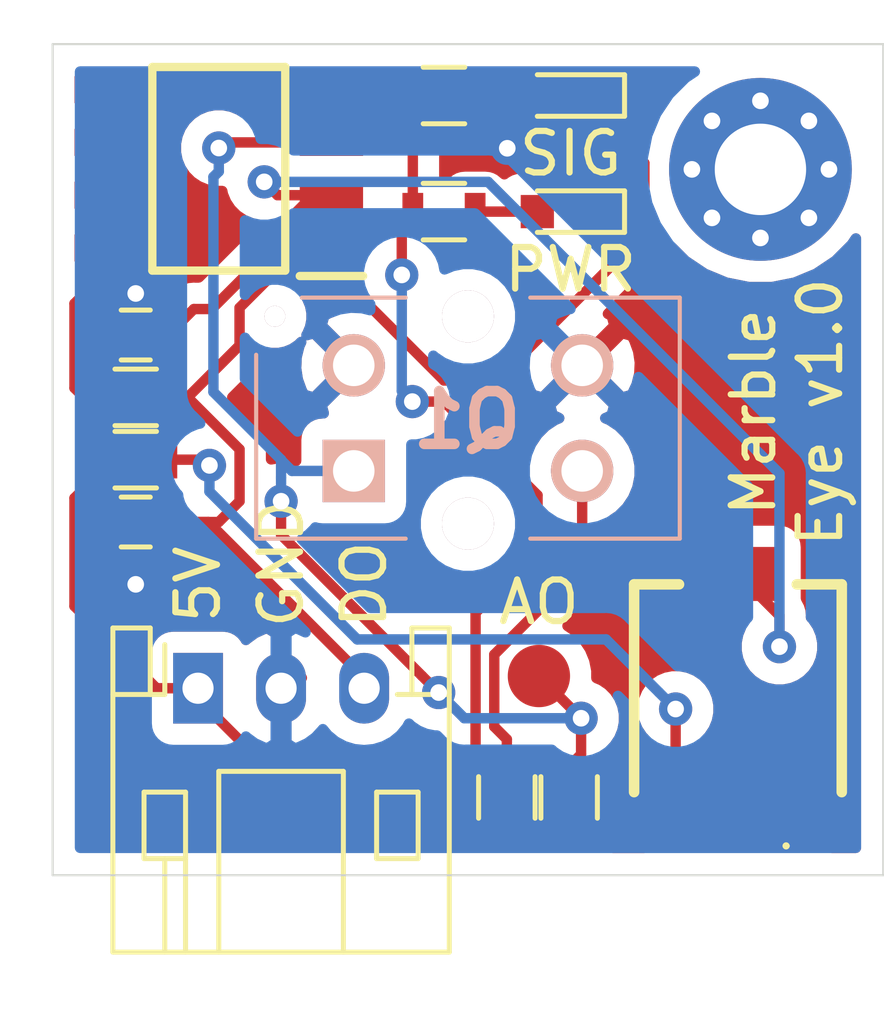
<source format=kicad_pcb>
(kicad_pcb (version 20171130) (host pcbnew "(5.1.2)-1")

  (general
    (thickness 1.6)
    (drawings 11)
    (tracks 124)
    (zones 0)
    (modules 16)
    (nets 13)
  )

  (page A4)
  (layers
    (0 F.Cu signal)
    (31 B.Cu signal)
    (32 B.Adhes user)
    (33 F.Adhes user)
    (34 B.Paste user)
    (35 F.Paste user)
    (36 B.SilkS user)
    (37 F.SilkS user)
    (38 B.Mask user)
    (39 F.Mask user)
    (40 Dwgs.User user)
    (41 Cmts.User user)
    (42 Eco1.User user)
    (43 Eco2.User user)
    (44 Edge.Cuts user)
    (45 Margin user)
    (46 B.CrtYd user)
    (47 F.CrtYd user)
    (48 B.Fab user)
    (49 F.Fab user)
  )

  (setup
    (last_trace_width 0.25)
    (trace_clearance 0.2)
    (zone_clearance 0.508)
    (zone_45_only no)
    (trace_min 0.2)
    (via_size 0.8)
    (via_drill 0.4)
    (via_min_size 0.4)
    (via_min_drill 0.3)
    (uvia_size 0.3)
    (uvia_drill 0.1)
    (uvias_allowed no)
    (uvia_min_size 0.2)
    (uvia_min_drill 0.1)
    (edge_width 0.05)
    (segment_width 0.2)
    (pcb_text_width 0.3)
    (pcb_text_size 1.5 1.5)
    (mod_edge_width 0.12)
    (mod_text_size 1 1)
    (mod_text_width 0.15)
    (pad_size 1.524 1.524)
    (pad_drill 0.762)
    (pad_to_mask_clearance 0.051)
    (solder_mask_min_width 0.25)
    (aux_axis_origin 0 0)
    (visible_elements 7FFFFFFF)
    (pcbplotparams
      (layerselection 0x010fc_ffffffff)
      (usegerberextensions false)
      (usegerberattributes false)
      (usegerberadvancedattributes false)
      (creategerberjobfile false)
      (excludeedgelayer true)
      (linewidth 0.100000)
      (plotframeref false)
      (viasonmask false)
      (mode 1)
      (useauxorigin false)
      (hpglpennumber 1)
      (hpglpenspeed 20)
      (hpglpendiameter 15.000000)
      (psnegative false)
      (psa4output false)
      (plotreference true)
      (plotvalue true)
      (plotinvisibletext false)
      (padsonsilk false)
      (subtractmaskfromsilk false)
      (outputformat 1)
      (mirror false)
      (drillshape 0)
      (scaleselection 1)
      (outputdirectory "manufacturing/"))
  )

  (net 0 "")
  (net 1 GND)
  (net 2 "Net-(C2-Pad1)")
  (net 3 "Net-(D1-Pad2)")
  (net 4 "Net-(D2-Pad2)")
  (net 5 5V)
  (net 6 "Net-(IC1-Pad7)")
  (net 7 "Net-(IC1-Pad6)")
  (net 8 "Net-(IC1-Pad5)")
  (net 9 "Net-(Q1-Pad4)")
  (net 10 "Net-(R3-Pad2)")
  (net 11 DO)
  (net 12 AO)

  (net_class Default "This is the default net class."
    (clearance 0.2)
    (trace_width 0.25)
    (via_dia 0.8)
    (via_drill 0.4)
    (uvia_dia 0.3)
    (uvia_drill 0.1)
    (add_net 5V)
    (add_net AO)
    (add_net DO)
    (add_net GND)
    (add_net "Net-(C2-Pad1)")
    (add_net "Net-(D1-Pad2)")
    (add_net "Net-(D2-Pad2)")
    (add_net "Net-(IC1-Pad5)")
    (add_net "Net-(IC1-Pad6)")
    (add_net "Net-(IC1-Pad7)")
    (add_net "Net-(Q1-Pad4)")
    (add_net "Net-(R3-Pad2)")
  )

  (module Resistors_SMD:R_0603 (layer F.Cu) (tedit 58E0A804) (tstamp 5EDCD743)
    (at 77.436 63.628 270)
    (descr "Resistor SMD 0603, reflow soldering, Vishay (see dcrcw.pdf)")
    (tags "resistor 0603")
    (path /5ED16593)
    (attr smd)
    (fp_text reference R2 (at 0 -1.45 90) (layer F.SilkS) hide
      (effects (font (size 1 1) (thickness 0.15)))
    )
    (fp_text value 10k (at 0 1.5 90) (layer F.Fab)
      (effects (font (size 1 1) (thickness 0.15)))
    )
    (fp_text user %R (at 0 0 90) (layer F.Fab)
      (effects (font (size 0.4 0.4) (thickness 0.075)))
    )
    (fp_line (start -0.8 0.4) (end -0.8 -0.4) (layer F.Fab) (width 0.1))
    (fp_line (start 0.8 0.4) (end -0.8 0.4) (layer F.Fab) (width 0.1))
    (fp_line (start 0.8 -0.4) (end 0.8 0.4) (layer F.Fab) (width 0.1))
    (fp_line (start -0.8 -0.4) (end 0.8 -0.4) (layer F.Fab) (width 0.1))
    (fp_line (start 0.5 0.68) (end -0.5 0.68) (layer F.SilkS) (width 0.12))
    (fp_line (start -0.5 -0.68) (end 0.5 -0.68) (layer F.SilkS) (width 0.12))
    (fp_line (start -1.25 -0.7) (end 1.25 -0.7) (layer F.CrtYd) (width 0.05))
    (fp_line (start -1.25 -0.7) (end -1.25 0.7) (layer F.CrtYd) (width 0.05))
    (fp_line (start 1.25 0.7) (end 1.25 -0.7) (layer F.CrtYd) (width 0.05))
    (fp_line (start 1.25 0.7) (end -1.25 0.7) (layer F.CrtYd) (width 0.05))
    (pad 1 smd rect (at -0.75 0 270) (size 0.5 0.9) (layers F.Cu F.Paste F.Mask)
      (net 12 AO))
    (pad 2 smd rect (at 0.75 0 270) (size 0.5 0.9) (layers F.Cu F.Paste F.Mask)
      (net 5 5V))
    (model ${KISYS3DMOD}/Resistors_SMD.3dshapes/R_0603.wrl
      (at (xyz 0 0 0))
      (scale (xyz 1 1 1))
      (rotate (xyz 0 0 0))
    )
  )

  (module Resistors_SMD:R_0603 (layer F.Cu) (tedit 58E0A804) (tstamp 5EDCD773)
    (at 75.936 63.628 270)
    (descr "Resistor SMD 0603, reflow soldering, Vishay (see dcrcw.pdf)")
    (tags "resistor 0603")
    (path /5ED170AF)
    (attr smd)
    (fp_text reference R1 (at 0 -1.45 90) (layer F.SilkS) hide
      (effects (font (size 1 1) (thickness 0.15)))
    )
    (fp_text value 220 (at 0 1.5 90) (layer F.Fab)
      (effects (font (size 1 1) (thickness 0.15)))
    )
    (fp_text user %R (at 0 0 90) (layer F.Fab)
      (effects (font (size 0.4 0.4) (thickness 0.075)))
    )
    (fp_line (start -0.8 0.4) (end -0.8 -0.4) (layer F.Fab) (width 0.1))
    (fp_line (start 0.8 0.4) (end -0.8 0.4) (layer F.Fab) (width 0.1))
    (fp_line (start 0.8 -0.4) (end 0.8 0.4) (layer F.Fab) (width 0.1))
    (fp_line (start -0.8 -0.4) (end 0.8 -0.4) (layer F.Fab) (width 0.1))
    (fp_line (start 0.5 0.68) (end -0.5 0.68) (layer F.SilkS) (width 0.12))
    (fp_line (start -0.5 -0.68) (end 0.5 -0.68) (layer F.SilkS) (width 0.12))
    (fp_line (start -1.25 -0.7) (end 1.25 -0.7) (layer F.CrtYd) (width 0.05))
    (fp_line (start -1.25 -0.7) (end -1.25 0.7) (layer F.CrtYd) (width 0.05))
    (fp_line (start 1.25 0.7) (end 1.25 -0.7) (layer F.CrtYd) (width 0.05))
    (fp_line (start 1.25 0.7) (end -1.25 0.7) (layer F.CrtYd) (width 0.05))
    (pad 1 smd rect (at -0.75 0 270) (size 0.5 0.9) (layers F.Cu F.Paste F.Mask)
      (net 9 "Net-(Q1-Pad4)"))
    (pad 2 smd rect (at 0.75 0 270) (size 0.5 0.9) (layers F.Cu F.Paste F.Mask)
      (net 5 5V))
    (model ${KISYS3DMOD}/Resistors_SMD.3dshapes/R_0603.wrl
      (at (xyz 0 0 0))
      (scale (xyz 1 1 1))
      (rotate (xyz 0 0 0))
    )
  )

  (module Mounting_Holes:MountingHole_2.2mm_M2_Pad_Via (layer F.Cu) (tedit 56DDB9C7) (tstamp 5EDCE357)
    (at 82.042 48.514)
    (descr "Mounting Hole 2.2mm, M2")
    (tags "mounting hole 2.2mm m2")
    (path /5EDD8303)
    (attr virtual)
    (fp_text reference H1 (at 0 -3.2) (layer F.SilkS) hide
      (effects (font (size 1 1) (thickness 0.15)))
    )
    (fp_text value M2 (at 0 3.2) (layer F.Fab)
      (effects (font (size 1 1) (thickness 0.15)))
    )
    (fp_text user %R (at 0.3 0) (layer F.Fab)
      (effects (font (size 1 1) (thickness 0.15)))
    )
    (fp_circle (center 0 0) (end 2.2 0) (layer Cmts.User) (width 0.15))
    (fp_circle (center 0 0) (end 2.45 0) (layer F.CrtYd) (width 0.05))
    (pad 1 thru_hole circle (at 0 0) (size 4.4 4.4) (drill 2.2) (layers *.Cu *.Mask))
    (pad 1 thru_hole circle (at 1.65 0) (size 0.7 0.7) (drill 0.4) (layers *.Cu *.Mask))
    (pad 1 thru_hole circle (at 1.166726 1.166726) (size 0.7 0.7) (drill 0.4) (layers *.Cu *.Mask))
    (pad 1 thru_hole circle (at 0 1.65) (size 0.7 0.7) (drill 0.4) (layers *.Cu *.Mask))
    (pad 1 thru_hole circle (at -1.166726 1.166726) (size 0.7 0.7) (drill 0.4) (layers *.Cu *.Mask))
    (pad 1 thru_hole circle (at -1.65 0) (size 0.7 0.7) (drill 0.4) (layers *.Cu *.Mask))
    (pad 1 thru_hole circle (at -1.166726 -1.166726) (size 0.7 0.7) (drill 0.4) (layers *.Cu *.Mask))
    (pad 1 thru_hole circle (at 0 -1.65) (size 0.7 0.7) (drill 0.4) (layers *.Cu *.Mask))
    (pad 1 thru_hole circle (at 1.166726 -1.166726) (size 0.7 0.7) (drill 0.4) (layers *.Cu *.Mask))
  )

  (module Measurement_Points:Measurement_Point_Round-SMD-Pad_Small (layer F.Cu) (tedit 56C35ED0) (tstamp 5ED39C2D)
    (at 76.708 60.706)
    (descr "Mesurement Point, Round, SMD Pad, DM 1.5mm,")
    (tags "Mesurement Point Round SMD Pad 1.5mm")
    (path /5ED3B130)
    (attr virtual)
    (fp_text reference TP1 (at 0 -2) (layer F.SilkS) hide
      (effects (font (size 1 1) (thickness 0.15)))
    )
    (fp_text value TestPoint (at 0 2) (layer F.Fab)
      (effects (font (size 1 1) (thickness 0.15)))
    )
    (fp_circle (center 0 0) (end 1 0) (layer F.CrtYd) (width 0.05))
    (pad 1 smd circle (at 0 0) (size 1.5 1.5) (layers F.Cu F.Mask)
      (net 12 AO))
  )

  (module Connectors_JST:JST_PH_S3B-PH-K_03x2.00mm_Angled (layer F.Cu) (tedit 58D3FE32) (tstamp 5ED39B3A)
    (at 68.5 61)
    (descr "JST PH series connector, S3B-PH-K, side entry type, through hole, Datasheet: http://www.jst-mfg.com/product/pdf/eng/ePH.pdf")
    (tags "connector jst ph")
    (path /5ED398B8)
    (fp_text reference J1 (at 1.5 -2.45) (layer F.SilkS) hide
      (effects (font (size 1 1) (thickness 0.15)))
    )
    (fp_text value Conn_01x03_Male (at 2 7.25) (layer F.Fab)
      (effects (font (size 1 1) (thickness 0.15)))
    )
    (fp_line (start 0.5 6.35) (end 0.5 2) (layer F.SilkS) (width 0.12))
    (fp_line (start 0.5 2) (end 3.5 2) (layer F.SilkS) (width 0.12))
    (fp_line (start 3.5 2) (end 3.5 6.35) (layer F.SilkS) (width 0.12))
    (fp_line (start -0.8 0.15) (end -1.15 0.15) (layer F.SilkS) (width 0.12))
    (fp_line (start -1.15 0.15) (end -1.15 -1.45) (layer F.SilkS) (width 0.12))
    (fp_line (start -1.15 -1.45) (end -2.05 -1.45) (layer F.SilkS) (width 0.12))
    (fp_line (start -2.05 -1.45) (end -2.05 6.35) (layer F.SilkS) (width 0.12))
    (fp_line (start -2.05 6.35) (end 6.05 6.35) (layer F.SilkS) (width 0.12))
    (fp_line (start 6.05 6.35) (end 6.05 -1.45) (layer F.SilkS) (width 0.12))
    (fp_line (start 6.05 -1.45) (end 5.15 -1.45) (layer F.SilkS) (width 0.12))
    (fp_line (start 5.15 -1.45) (end 5.15 0.15) (layer F.SilkS) (width 0.12))
    (fp_line (start 5.15 0.15) (end 4.8 0.15) (layer F.SilkS) (width 0.12))
    (fp_line (start -2.05 0.15) (end -1.15 0.15) (layer F.SilkS) (width 0.12))
    (fp_line (start 6.05 0.15) (end 5.15 0.15) (layer F.SilkS) (width 0.12))
    (fp_line (start -1.3 2.5) (end -1.3 4.1) (layer F.SilkS) (width 0.12))
    (fp_line (start -1.3 4.1) (end -0.3 4.1) (layer F.SilkS) (width 0.12))
    (fp_line (start -0.3 4.1) (end -0.3 2.5) (layer F.SilkS) (width 0.12))
    (fp_line (start -0.3 2.5) (end -1.3 2.5) (layer F.SilkS) (width 0.12))
    (fp_line (start 5.3 2.5) (end 5.3 4.1) (layer F.SilkS) (width 0.12))
    (fp_line (start 5.3 4.1) (end 4.3 4.1) (layer F.SilkS) (width 0.12))
    (fp_line (start 4.3 4.1) (end 4.3 2.5) (layer F.SilkS) (width 0.12))
    (fp_line (start 4.3 2.5) (end 5.3 2.5) (layer F.SilkS) (width 0.12))
    (fp_line (start -0.3 4.1) (end -0.3 6.35) (layer F.SilkS) (width 0.12))
    (fp_line (start -0.8 4.1) (end -0.8 6.35) (layer F.SilkS) (width 0.12))
    (fp_line (start -2.45 -1.85) (end -2.45 6.75) (layer F.CrtYd) (width 0.05))
    (fp_line (start -2.45 6.75) (end 6.45 6.75) (layer F.CrtYd) (width 0.05))
    (fp_line (start 6.45 6.75) (end 6.45 -1.85) (layer F.CrtYd) (width 0.05))
    (fp_line (start 6.45 -1.85) (end -2.45 -1.85) (layer F.CrtYd) (width 0.05))
    (fp_line (start -1.25 0.25) (end -1.25 -1.35) (layer F.Fab) (width 0.1))
    (fp_line (start -1.25 -1.35) (end -1.95 -1.35) (layer F.Fab) (width 0.1))
    (fp_line (start -1.95 -1.35) (end -1.95 6.25) (layer F.Fab) (width 0.1))
    (fp_line (start -1.95 6.25) (end 5.95 6.25) (layer F.Fab) (width 0.1))
    (fp_line (start 5.95 6.25) (end 5.95 -1.35) (layer F.Fab) (width 0.1))
    (fp_line (start 5.95 -1.35) (end 5.25 -1.35) (layer F.Fab) (width 0.1))
    (fp_line (start 5.25 -1.35) (end 5.25 0.25) (layer F.Fab) (width 0.1))
    (fp_line (start 5.25 0.25) (end -1.25 0.25) (layer F.Fab) (width 0.1))
    (fp_line (start -0.8 0.15) (end -0.8 -1.05) (layer F.SilkS) (width 0.12))
    (fp_line (start 0 0.85) (end -0.5 1.35) (layer F.Fab) (width 0.1))
    (fp_line (start -0.5 1.35) (end 0.5 1.35) (layer F.Fab) (width 0.1))
    (fp_line (start 0.5 1.35) (end 0 0.85) (layer F.Fab) (width 0.1))
    (fp_text user %R (at 2 2.5) (layer F.Fab)
      (effects (font (size 1 1) (thickness 0.15)))
    )
    (pad 1 thru_hole rect (at 0 0) (size 1.2 1.7) (drill 0.75) (layers *.Cu *.Mask)
      (net 5 5V))
    (pad 2 thru_hole oval (at 2 0) (size 1.2 1.7) (drill 0.75) (layers *.Cu *.Mask)
      (net 1 GND))
    (pad 3 thru_hole oval (at 4 0) (size 1.2 1.7) (drill 0.75) (layers *.Cu *.Mask)
      (net 11 DO))
    (model ${KISYS3DMOD}/Connectors_JST.3dshapes/JST_PH_S3B-PH-K_03x2.00mm_Angled.wrl
      (at (xyz 0 0 0))
      (scale (xyz 1 1 1))
      (rotate (xyz 0 0 0))
    )
  )

  (module ir-detector:TS53YL204MR10 (layer F.Cu) (tedit 5ED16FF1) (tstamp 5ED17E9A)
    (at 81.5 61)
    (descr TS53YL_1)
    (tags "Variable Resistor")
    (path /5ED327D9)
    (attr smd)
    (fp_text reference VR1 (at 0 0.219) (layer Dwgs.User)
      (effects (font (size 1.27 1.27) (thickness 0.254)))
    )
    (fp_text value TS53YL_10K_20%TR (at 0 0.219) (layer F.SilkS) hide
      (effects (font (size 1.27 1.27) (thickness 0.254)))
    )
    (fp_arc (start 1.16 3.794) (end 1.203 3.794) (angle 180) (layer F.SilkS) (width 0.08614))
    (fp_arc (start 1.16 3.794) (end 1.117 3.794) (angle 180) (layer F.SilkS) (width 0.08614))
    (fp_line (start 1.203 3.794) (end 1.203 3.794) (layer F.SilkS) (width 0.08614))
    (fp_line (start 1.117 3.794) (end 1.117 3.794) (layer F.SilkS) (width 0.08614))
    (fp_line (start -2.5 -2.5) (end -1.418 -2.5) (layer F.SilkS) (width 0.254))
    (fp_line (start 2.5 -2.5) (end 1.418 -2.5) (layer F.SilkS) (width 0.254))
    (fp_line (start 2.5 -2.5) (end 2.5 2.5) (layer F.SilkS) (width 0.254))
    (fp_line (start -2.5 2.5) (end -2.5 -2.5) (layer F.SilkS) (width 0.254))
    (fp_line (start -3 4.337) (end -3 -3.9) (layer Dwgs.User) (width 0.1))
    (fp_line (start 3 4.337) (end -3 4.337) (layer Dwgs.User) (width 0.1))
    (fp_line (start 3 -3.9) (end 3 4.337) (layer Dwgs.User) (width 0.1))
    (fp_line (start -3 -3.9) (end 3 -3.9) (layer Dwgs.User) (width 0.1))
    (fp_line (start -2.5 2.5) (end -2.5 -2.5) (layer Dwgs.User) (width 0.254))
    (fp_line (start 2.5 2.5) (end -2.5 2.5) (layer Dwgs.User) (width 0.254))
    (fp_line (start 2.5 -2.5) (end 2.5 2.5) (layer Dwgs.User) (width 0.254))
    (fp_line (start -2.5 -2.5) (end 2.5 -2.5) (layer Dwgs.User) (width 0.254))
    (pad C1 smd rect (at -1.15 2.75 90) (size 1.3 1.3) (layers F.Cu F.Paste F.Mask)
      (net 10 "Net-(R3-Pad2)"))
    (pad B1 smd rect (at 0 -2.75 90) (size 1.3 2) (layers F.Cu F.Paste F.Mask)
      (net 2 "Net-(C2-Pad1)"))
    (pad A1 smd rect (at 1.15 2.75 90) (size 1.3 1.3) (layers F.Cu F.Paste F.Mask)
      (net 1 GND))
    (model ${KIPRJMOD}/components/TS53YL_10K/3D/TS53YL_10K.stp
      (at (xyz 0 0 0))
      (scale (xyz 1 1 1))
      (rotate (xyz 0 0 0))
    )
  )

  (module Resistors_SMD:R_0603 (layer F.Cu) (tedit 58E0A804) (tstamp 5EDCFB65)
    (at 74.422 49.53)
    (descr "Resistor SMD 0603, reflow soldering, Vishay (see dcrcw.pdf)")
    (tags "resistor 0603")
    (path /5ED28BA7)
    (attr smd)
    (fp_text reference R6 (at 0 -1.45) (layer Dwgs.User)
      (effects (font (size 1 1) (thickness 0.15)))
    )
    (fp_text value 330 (at 0 1.5) (layer F.Fab)
      (effects (font (size 1 1) (thickness 0.15)))
    )
    (fp_text user %R (at 0 0) (layer F.Fab)
      (effects (font (size 0.4 0.4) (thickness 0.075)))
    )
    (fp_line (start -0.8 0.4) (end -0.8 -0.4) (layer F.Fab) (width 0.1))
    (fp_line (start 0.8 0.4) (end -0.8 0.4) (layer F.Fab) (width 0.1))
    (fp_line (start 0.8 -0.4) (end 0.8 0.4) (layer F.Fab) (width 0.1))
    (fp_line (start -0.8 -0.4) (end 0.8 -0.4) (layer F.Fab) (width 0.1))
    (fp_line (start 0.5 0.68) (end -0.5 0.68) (layer F.SilkS) (width 0.12))
    (fp_line (start -0.5 -0.68) (end 0.5 -0.68) (layer F.SilkS) (width 0.12))
    (fp_line (start -1.25 -0.7) (end 1.25 -0.7) (layer F.CrtYd) (width 0.05))
    (fp_line (start -1.25 -0.7) (end -1.25 0.7) (layer F.CrtYd) (width 0.05))
    (fp_line (start 1.25 0.7) (end 1.25 -0.7) (layer F.CrtYd) (width 0.05))
    (fp_line (start 1.25 0.7) (end -1.25 0.7) (layer F.CrtYd) (width 0.05))
    (pad 1 smd rect (at -0.75 0) (size 0.5 0.9) (layers F.Cu F.Paste F.Mask)
      (net 5 5V))
    (pad 2 smd rect (at 0.75 0) (size 0.5 0.9) (layers F.Cu F.Paste F.Mask)
      (net 4 "Net-(D2-Pad2)"))
    (model ${KISYS3DMOD}/Resistors_SMD.3dshapes/R_0603.wrl
      (at (xyz 0 0 0))
      (scale (xyz 1 1 1))
      (rotate (xyz 0 0 0))
    )
  )

  (module Resistors_SMD:R_0603 (layer F.Cu) (tedit 58E0A804) (tstamp 5ED18259)
    (at 74.422 46.736)
    (descr "Resistor SMD 0603, reflow soldering, Vishay (see dcrcw.pdf)")
    (tags "resistor 0603")
    (path /5ED1EB1C)
    (attr smd)
    (fp_text reference R5 (at 0 -1.45) (layer Dwgs.User)
      (effects (font (size 1 1) (thickness 0.15)))
    )
    (fp_text value 330 (at 0 1.5) (layer F.Fab)
      (effects (font (size 1 1) (thickness 0.15)))
    )
    (fp_text user %R (at 0 0) (layer F.Fab)
      (effects (font (size 0.4 0.4) (thickness 0.075)))
    )
    (fp_line (start -0.8 0.4) (end -0.8 -0.4) (layer F.Fab) (width 0.1))
    (fp_line (start 0.8 0.4) (end -0.8 0.4) (layer F.Fab) (width 0.1))
    (fp_line (start 0.8 -0.4) (end 0.8 0.4) (layer F.Fab) (width 0.1))
    (fp_line (start -0.8 -0.4) (end 0.8 -0.4) (layer F.Fab) (width 0.1))
    (fp_line (start 0.5 0.68) (end -0.5 0.68) (layer F.SilkS) (width 0.12))
    (fp_line (start -0.5 -0.68) (end 0.5 -0.68) (layer F.SilkS) (width 0.12))
    (fp_line (start -1.25 -0.7) (end 1.25 -0.7) (layer F.CrtYd) (width 0.05))
    (fp_line (start -1.25 -0.7) (end -1.25 0.7) (layer F.CrtYd) (width 0.05))
    (fp_line (start 1.25 0.7) (end 1.25 -0.7) (layer F.CrtYd) (width 0.05))
    (fp_line (start 1.25 0.7) (end -1.25 0.7) (layer F.CrtYd) (width 0.05))
    (pad 1 smd rect (at -0.75 0) (size 0.5 0.9) (layers F.Cu F.Paste F.Mask)
      (net 5 5V))
    (pad 2 smd rect (at 0.75 0) (size 0.5 0.9) (layers F.Cu F.Paste F.Mask)
      (net 3 "Net-(D1-Pad2)"))
    (model ${KISYS3DMOD}/Resistors_SMD.3dshapes/R_0603.wrl
      (at (xyz 0 0 0))
      (scale (xyz 1 1 1))
      (rotate (xyz 0 0 0))
    )
  )

  (module Resistors_SMD:R_0603 (layer F.Cu) (tedit 58E0A804) (tstamp 5ED1773A)
    (at 67 54)
    (descr "Resistor SMD 0603, reflow soldering, Vishay (see dcrcw.pdf)")
    (tags "resistor 0603")
    (path /5ED1F154)
    (attr smd)
    (fp_text reference R4 (at 0 -1.45) (layer Dwgs.User)
      (effects (font (size 1 1) (thickness 0.15)))
    )
    (fp_text value 10k (at 0 1.5) (layer F.Fab)
      (effects (font (size 1 1) (thickness 0.15)))
    )
    (fp_text user %R (at 0 0) (layer F.Fab)
      (effects (font (size 0.4 0.4) (thickness 0.075)))
    )
    (fp_line (start -0.8 0.4) (end -0.8 -0.4) (layer F.Fab) (width 0.1))
    (fp_line (start 0.8 0.4) (end -0.8 0.4) (layer F.Fab) (width 0.1))
    (fp_line (start 0.8 -0.4) (end 0.8 0.4) (layer F.Fab) (width 0.1))
    (fp_line (start -0.8 -0.4) (end 0.8 -0.4) (layer F.Fab) (width 0.1))
    (fp_line (start 0.5 0.68) (end -0.5 0.68) (layer F.SilkS) (width 0.12))
    (fp_line (start -0.5 -0.68) (end 0.5 -0.68) (layer F.SilkS) (width 0.12))
    (fp_line (start -1.25 -0.7) (end 1.25 -0.7) (layer F.CrtYd) (width 0.05))
    (fp_line (start -1.25 -0.7) (end -1.25 0.7) (layer F.CrtYd) (width 0.05))
    (fp_line (start 1.25 0.7) (end 1.25 -0.7) (layer F.CrtYd) (width 0.05))
    (fp_line (start 1.25 0.7) (end -1.25 0.7) (layer F.CrtYd) (width 0.05))
    (pad 1 smd rect (at -0.75 0) (size 0.5 0.9) (layers F.Cu F.Paste F.Mask)
      (net 5 5V))
    (pad 2 smd rect (at 0.75 0) (size 0.5 0.9) (layers F.Cu F.Paste F.Mask)
      (net 11 DO))
    (model ${KISYS3DMOD}/Resistors_SMD.3dshapes/R_0603.wrl
      (at (xyz 0 0 0))
      (scale (xyz 1 1 1))
      (rotate (xyz 0 0 0))
    )
  )

  (module Resistors_SMD:R_0603 (layer F.Cu) (tedit 58E0A804) (tstamp 5ED17737)
    (at 67 55.5)
    (descr "Resistor SMD 0603, reflow soldering, Vishay (see dcrcw.pdf)")
    (tags "resistor 0603")
    (path /5ED1BF84)
    (attr smd)
    (fp_text reference R3 (at 0 -1.45) (layer Dwgs.User)
      (effects (font (size 1 1) (thickness 0.15)))
    )
    (fp_text value 1k (at 0 1.5) (layer F.Fab)
      (effects (font (size 1 1) (thickness 0.15)))
    )
    (fp_text user %R (at 0 0) (layer F.Fab)
      (effects (font (size 0.4 0.4) (thickness 0.075)))
    )
    (fp_line (start -0.8 0.4) (end -0.8 -0.4) (layer F.Fab) (width 0.1))
    (fp_line (start 0.8 0.4) (end -0.8 0.4) (layer F.Fab) (width 0.1))
    (fp_line (start 0.8 -0.4) (end 0.8 0.4) (layer F.Fab) (width 0.1))
    (fp_line (start -0.8 -0.4) (end 0.8 -0.4) (layer F.Fab) (width 0.1))
    (fp_line (start 0.5 0.68) (end -0.5 0.68) (layer F.SilkS) (width 0.12))
    (fp_line (start -0.5 -0.68) (end 0.5 -0.68) (layer F.SilkS) (width 0.12))
    (fp_line (start -1.25 -0.7) (end 1.25 -0.7) (layer F.CrtYd) (width 0.05))
    (fp_line (start -1.25 -0.7) (end -1.25 0.7) (layer F.CrtYd) (width 0.05))
    (fp_line (start 1.25 0.7) (end 1.25 -0.7) (layer F.CrtYd) (width 0.05))
    (fp_line (start 1.25 0.7) (end -1.25 0.7) (layer F.CrtYd) (width 0.05))
    (pad 1 smd rect (at -0.75 0) (size 0.5 0.9) (layers F.Cu F.Paste F.Mask)
      (net 5 5V))
    (pad 2 smd rect (at 0.75 0) (size 0.5 0.9) (layers F.Cu F.Paste F.Mask)
      (net 10 "Net-(R3-Pad2)"))
    (model ${KISYS3DMOD}/Resistors_SMD.3dshapes/R_0603.wrl
      (at (xyz 0 0 0))
      (scale (xyz 1 1 1))
      (rotate (xyz 0 0 0))
    )
  )

  (module ir-detector:TCRT5000 (layer B.Cu) (tedit 5ED12B0C) (tstamp 5ED181DD)
    (at 75 54.5)
    (descr TCRT5000)
    (tags Transistor)
    (path /5ED12D01)
    (fp_text reference Q1 (at -0.025 0.045) (layer B.SilkS)
      (effects (font (size 1.27 1.27) (thickness 0.254)) (justify mirror))
    )
    (fp_text value TCRT5000 (at -0.025 0.045) (layer B.SilkS) hide
      (effects (font (size 1.27 1.27) (thickness 0.254)) (justify mirror))
    )
    (fp_line (start -4 -2.9) (end -1.5 -2.9) (layer B.SilkS) (width 0.1))
    (fp_line (start 5.1 -2.9) (end 1.5 -2.9) (layer B.SilkS) (width 0.1))
    (fp_line (start 5.1 2.9) (end 5.1 -2.9) (layer B.SilkS) (width 0.1))
    (fp_line (start 5.1 2.9) (end 1.5 2.9) (layer B.SilkS) (width 0.1))
    (fp_line (start -5.1 2.9) (end -1.5 2.9) (layer B.SilkS) (width 0.1))
    (fp_line (start -5.1 2.9) (end -5.1 -1.525) (layer B.SilkS) (width 0.1))
    (fp_line (start -6.15 -4.7) (end -6.15 4.79) (layer Dwgs.User) (width 0.1))
    (fp_line (start 6.1 -4.7) (end -6.15 -4.7) (layer Dwgs.User) (width 0.1))
    (fp_line (start 6.1 4.79) (end 6.1 -4.7) (layer Dwgs.User) (width 0.1))
    (fp_line (start -6.15 4.79) (end 6.1 4.79) (layer Dwgs.User) (width 0.1))
    (fp_line (start -5.1 -2.9) (end -5.1 2.9) (layer Dwgs.User) (width 0.2))
    (fp_line (start 5.1 -2.9) (end -5.1 -2.9) (layer Dwgs.User) (width 0.2))
    (fp_line (start 5.1 2.9) (end 5.1 -2.9) (layer Dwgs.User) (width 0.2))
    (fp_line (start -5.1 2.9) (end 5.1 2.9) (layer Dwgs.User) (width 0.2))
    (pad MH3 thru_hole circle (at 0 2.54 270) (size 1.25 1.25) (drill 2.5) (layers *.Cu *.Mask B.SilkS))
    (pad MH2 thru_hole circle (at 0 -2.45 270) (size 1.25 1.25) (drill 2.5) (layers *.Cu *.Mask B.SilkS))
    (pad MH1 thru_hole circle (at -4.65 -2.45 270) (size 0.5 0.5) (drill 1) (layers *.Cu *.Mask B.SilkS))
    (pad 4 thru_hole circle (at 2.75 1.27 270) (size 1.5 1.5) (drill 1) (layers *.Cu *.Mask B.SilkS)
      (net 9 "Net-(Q1-Pad4)"))
    (pad 3 thru_hole circle (at 2.75 -1.27 270) (size 1.5 1.5) (drill 1) (layers *.Cu *.Mask B.SilkS)
      (net 1 GND))
    (pad 2 thru_hole circle (at -2.75 -1.27 270) (size 1.5 1.5) (drill 1) (layers *.Cu *.Mask B.SilkS)
      (net 1 GND))
    (pad 1 thru_hole rect (at -2.75 1.27 270) (size 1.5 1.5) (drill 1) (layers *.Cu *.Mask B.SilkS)
      (net 12 AO))
    (model ${KIPRJMOD}/components/TCRT5000/3D/TCRT5000.stp
      (at (xyz 0 0 0))
      (scale (xyz 1 1 1))
      (rotate (xyz 0 0 0))
    )
  )

  (module ir-detector:SOIC127P600X175-8N (layer F.Cu) (tedit 5ED173C7) (tstamp 5ED176FD)
    (at 69 48.5 180)
    (descr "D (R-PDSO-G8)")
    (tags "Integrated Circuit")
    (path /5ED3BC32)
    (attr smd)
    (fp_text reference IC1 (at 0 0) (layer Dwgs.User)
      (effects (font (size 1.27 1.27) (thickness 0.254)))
    )
    (fp_text value LM393DR (at 0 0) (layer F.SilkS) hide
      (effects (font (size 1.27 1.27) (thickness 0.254)))
    )
    (fp_line (start -3.475 -2.58) (end -1.95 -2.58) (layer F.SilkS) (width 0.2))
    (fp_line (start -1.6 2.45) (end -1.6 -2.45) (layer F.SilkS) (width 0.2))
    (fp_line (start 1.6 2.45) (end -1.6 2.45) (layer F.SilkS) (width 0.2))
    (fp_line (start 1.6 -2.45) (end 1.6 2.45) (layer F.SilkS) (width 0.2))
    (fp_line (start -1.6 -2.45) (end 1.6 -2.45) (layer F.SilkS) (width 0.2))
    (fp_line (start -1.95 -1.18) (end -0.68 -2.45) (layer Dwgs.User) (width 0.1))
    (fp_line (start -1.95 2.45) (end -1.95 -2.45) (layer Dwgs.User) (width 0.1))
    (fp_line (start 1.95 2.45) (end -1.95 2.45) (layer Dwgs.User) (width 0.1))
    (fp_line (start 1.95 -2.45) (end 1.95 2.45) (layer Dwgs.User) (width 0.1))
    (fp_line (start -1.95 -2.45) (end 1.95 -2.45) (layer Dwgs.User) (width 0.1))
    (fp_line (start -3.725 2.75) (end -3.725 -2.75) (layer Dwgs.User) (width 0.05))
    (fp_line (start 3.725 2.75) (end -3.725 2.75) (layer Dwgs.User) (width 0.05))
    (fp_line (start 3.725 -2.75) (end 3.725 2.75) (layer Dwgs.User) (width 0.05))
    (fp_line (start -3.725 -2.75) (end 3.725 -2.75) (layer Dwgs.User) (width 0.05))
    (pad 8 smd rect (at 2.712 -1.905 270) (size 0.65 1.525) (layers F.Cu F.Paste F.Mask)
      (net 5 5V))
    (pad 7 smd rect (at 2.712 -0.635 270) (size 0.65 1.525) (layers F.Cu F.Paste F.Mask)
      (net 6 "Net-(IC1-Pad7)"))
    (pad 6 smd rect (at 2.712 0.635 270) (size 0.65 1.525) (layers F.Cu F.Paste F.Mask)
      (net 7 "Net-(IC1-Pad6)"))
    (pad 5 smd rect (at 2.712 1.905 270) (size 0.65 1.525) (layers F.Cu F.Paste F.Mask)
      (net 8 "Net-(IC1-Pad5)"))
    (pad 4 smd rect (at -2.712 1.905 270) (size 0.65 1.525) (layers F.Cu F.Paste F.Mask)
      (net 1 GND))
    (pad 3 smd rect (at -2.712 0.635 270) (size 0.65 1.525) (layers F.Cu F.Paste F.Mask)
      (net 12 AO))
    (pad 2 smd rect (at -2.712 -0.635 270) (size 0.65 1.525) (layers F.Cu F.Paste F.Mask)
      (net 2 "Net-(C2-Pad1)"))
    (pad 1 smd rect (at -2.712 -1.905 270) (size 0.65 1.525) (layers F.Cu F.Paste F.Mask)
      (net 11 DO))
    (model ${KIPRJMOD}/components/LM393DR/3D/LM393DR.stp
      (at (xyz 0 0 0))
      (scale (xyz 1 1 1))
      (rotate (xyz 0 0 0))
    )
  )

  (module LEDs:LED_0603 (layer F.Cu) (tedit 57FE93A5) (tstamp 5EDCFB2D)
    (at 77.47 49.53 180)
    (descr "LED 0603 smd package")
    (tags "LED led 0603 SMD smd SMT smt smdled SMDLED smtled SMTLED")
    (path /5ED29DB9)
    (attr smd)
    (fp_text reference D2 (at 0 -1.25) (layer Dwgs.User)
      (effects (font (size 1 1) (thickness 0.15)))
    )
    (fp_text value LED (at 0 1.35) (layer F.Fab)
      (effects (font (size 1 1) (thickness 0.15)))
    )
    (fp_line (start -1.3 -0.5) (end -1.3 0.5) (layer F.SilkS) (width 0.12))
    (fp_line (start -0.2 -0.2) (end -0.2 0.2) (layer F.Fab) (width 0.1))
    (fp_line (start -0.15 0) (end 0.15 -0.2) (layer F.Fab) (width 0.1))
    (fp_line (start 0.15 0.2) (end -0.15 0) (layer F.Fab) (width 0.1))
    (fp_line (start 0.15 -0.2) (end 0.15 0.2) (layer F.Fab) (width 0.1))
    (fp_line (start 0.8 0.4) (end -0.8 0.4) (layer F.Fab) (width 0.1))
    (fp_line (start 0.8 -0.4) (end 0.8 0.4) (layer F.Fab) (width 0.1))
    (fp_line (start -0.8 -0.4) (end 0.8 -0.4) (layer F.Fab) (width 0.1))
    (fp_line (start -0.8 0.4) (end -0.8 -0.4) (layer F.Fab) (width 0.1))
    (fp_line (start -1.3 0.5) (end 0.8 0.5) (layer F.SilkS) (width 0.12))
    (fp_line (start -1.3 -0.5) (end 0.8 -0.5) (layer F.SilkS) (width 0.12))
    (fp_line (start 1.45 -0.65) (end 1.45 0.65) (layer F.CrtYd) (width 0.05))
    (fp_line (start 1.45 0.65) (end -1.45 0.65) (layer F.CrtYd) (width 0.05))
    (fp_line (start -1.45 0.65) (end -1.45 -0.65) (layer F.CrtYd) (width 0.05))
    (fp_line (start -1.45 -0.65) (end 1.45 -0.65) (layer F.CrtYd) (width 0.05))
    (pad 2 smd rect (at 0.8 0) (size 0.8 0.8) (layers F.Cu F.Paste F.Mask)
      (net 4 "Net-(D2-Pad2)"))
    (pad 1 smd rect (at -0.8 0) (size 0.8 0.8) (layers F.Cu F.Paste F.Mask)
      (net 1 GND))
    (model ${KISYS3DMOD}/LEDs.3dshapes/LED_0603.wrl
      (at (xyz 0 0 0))
      (scale (xyz 1 1 1))
      (rotate (xyz 0 0 180))
    )
  )

  (module LEDs:LED_0603 (layer F.Cu) (tedit 57FE93A5) (tstamp 5ED18221)
    (at 77.47 46.736 180)
    (descr "LED 0603 smd package")
    (tags "LED led 0603 SMD smd SMT smt smdled SMDLED smtled SMTLED")
    (path /5ED1E21A)
    (attr smd)
    (fp_text reference D1 (at 0 -1.25) (layer Dwgs.User)
      (effects (font (size 1 1) (thickness 0.15)))
    )
    (fp_text value LED (at 0 1.35) (layer F.Fab)
      (effects (font (size 1 1) (thickness 0.15)))
    )
    (fp_line (start -1.3 -0.5) (end -1.3 0.5) (layer F.SilkS) (width 0.12))
    (fp_line (start -0.2 -0.2) (end -0.2 0.2) (layer F.Fab) (width 0.1))
    (fp_line (start -0.15 0) (end 0.15 -0.2) (layer F.Fab) (width 0.1))
    (fp_line (start 0.15 0.2) (end -0.15 0) (layer F.Fab) (width 0.1))
    (fp_line (start 0.15 -0.2) (end 0.15 0.2) (layer F.Fab) (width 0.1))
    (fp_line (start 0.8 0.4) (end -0.8 0.4) (layer F.Fab) (width 0.1))
    (fp_line (start 0.8 -0.4) (end 0.8 0.4) (layer F.Fab) (width 0.1))
    (fp_line (start -0.8 -0.4) (end 0.8 -0.4) (layer F.Fab) (width 0.1))
    (fp_line (start -0.8 0.4) (end -0.8 -0.4) (layer F.Fab) (width 0.1))
    (fp_line (start -1.3 0.5) (end 0.8 0.5) (layer F.SilkS) (width 0.12))
    (fp_line (start -1.3 -0.5) (end 0.8 -0.5) (layer F.SilkS) (width 0.12))
    (fp_line (start 1.45 -0.65) (end 1.45 0.65) (layer F.CrtYd) (width 0.05))
    (fp_line (start 1.45 0.65) (end -1.45 0.65) (layer F.CrtYd) (width 0.05))
    (fp_line (start -1.45 0.65) (end -1.45 -0.65) (layer F.CrtYd) (width 0.05))
    (fp_line (start -1.45 -0.65) (end 1.45 -0.65) (layer F.CrtYd) (width 0.05))
    (pad 2 smd rect (at 0.8 0) (size 0.8 0.8) (layers F.Cu F.Paste F.Mask)
      (net 3 "Net-(D1-Pad2)"))
    (pad 1 smd rect (at -0.8 0) (size 0.8 0.8) (layers F.Cu F.Paste F.Mask)
      (net 11 DO))
    (model ${KISYS3DMOD}/LEDs.3dshapes/LED_0603.wrl
      (at (xyz 0 0 0))
      (scale (xyz 1 1 1))
      (rotate (xyz 0 0 180))
    )
  )

  (module Capacitors_SMD:C_0603 (layer F.Cu) (tedit 59958EE7) (tstamp 5ED176DD)
    (at 67 52.5 180)
    (descr "Capacitor SMD 0603, reflow soldering, AVX (see smccp.pdf)")
    (tags "capacitor 0603")
    (path /5ED2103C)
    (attr smd)
    (fp_text reference C2 (at 0 -1.5) (layer Dwgs.User)
      (effects (font (size 1 1) (thickness 0.15)))
    )
    (fp_text value 104 (at 0 1.5) (layer F.Fab)
      (effects (font (size 1 1) (thickness 0.15)))
    )
    (fp_line (start 1.4 0.65) (end -1.4 0.65) (layer F.CrtYd) (width 0.05))
    (fp_line (start 1.4 0.65) (end 1.4 -0.65) (layer F.CrtYd) (width 0.05))
    (fp_line (start -1.4 -0.65) (end -1.4 0.65) (layer F.CrtYd) (width 0.05))
    (fp_line (start -1.4 -0.65) (end 1.4 -0.65) (layer F.CrtYd) (width 0.05))
    (fp_line (start 0.35 0.6) (end -0.35 0.6) (layer F.SilkS) (width 0.12))
    (fp_line (start -0.35 -0.6) (end 0.35 -0.6) (layer F.SilkS) (width 0.12))
    (fp_line (start -0.8 -0.4) (end 0.8 -0.4) (layer F.Fab) (width 0.1))
    (fp_line (start 0.8 -0.4) (end 0.8 0.4) (layer F.Fab) (width 0.1))
    (fp_line (start 0.8 0.4) (end -0.8 0.4) (layer F.Fab) (width 0.1))
    (fp_line (start -0.8 0.4) (end -0.8 -0.4) (layer F.Fab) (width 0.1))
    (fp_text user %R (at 0 0) (layer F.Fab)
      (effects (font (size 0.3 0.3) (thickness 0.075)))
    )
    (pad 2 smd rect (at 0.75 0 180) (size 0.8 0.75) (layers F.Cu F.Paste F.Mask)
      (net 1 GND))
    (pad 1 smd rect (at -0.75 0 180) (size 0.8 0.75) (layers F.Cu F.Paste F.Mask)
      (net 2 "Net-(C2-Pad1)"))
    (model Capacitors_SMD.3dshapes/C_0603.wrl
      (at (xyz 0 0 0))
      (scale (xyz 1 1 1))
      (rotate (xyz 0 0 0))
    )
  )

  (module Capacitors_SMD:C_0603 (layer F.Cu) (tedit 59958EE7) (tstamp 5ED176DA)
    (at 67 57 180)
    (descr "Capacitor SMD 0603, reflow soldering, AVX (see smccp.pdf)")
    (tags "capacitor 0603")
    (path /5ED262C6)
    (attr smd)
    (fp_text reference C1 (at 0 -1.5) (layer Dwgs.User)
      (effects (font (size 1 1) (thickness 0.15)))
    )
    (fp_text value 104 (at 0 1.5) (layer F.Fab)
      (effects (font (size 1 1) (thickness 0.15)))
    )
    (fp_line (start 1.4 0.65) (end -1.4 0.65) (layer F.CrtYd) (width 0.05))
    (fp_line (start 1.4 0.65) (end 1.4 -0.65) (layer F.CrtYd) (width 0.05))
    (fp_line (start -1.4 -0.65) (end -1.4 0.65) (layer F.CrtYd) (width 0.05))
    (fp_line (start -1.4 -0.65) (end 1.4 -0.65) (layer F.CrtYd) (width 0.05))
    (fp_line (start 0.35 0.6) (end -0.35 0.6) (layer F.SilkS) (width 0.12))
    (fp_line (start -0.35 -0.6) (end 0.35 -0.6) (layer F.SilkS) (width 0.12))
    (fp_line (start -0.8 -0.4) (end 0.8 -0.4) (layer F.Fab) (width 0.1))
    (fp_line (start 0.8 -0.4) (end 0.8 0.4) (layer F.Fab) (width 0.1))
    (fp_line (start 0.8 0.4) (end -0.8 0.4) (layer F.Fab) (width 0.1))
    (fp_line (start -0.8 0.4) (end -0.8 -0.4) (layer F.Fab) (width 0.1))
    (fp_text user %R (at 0 0) (layer F.Fab)
      (effects (font (size 0.3 0.3) (thickness 0.075)))
    )
    (pad 2 smd rect (at 0.75 0 180) (size 0.8 0.75) (layers F.Cu F.Paste F.Mask)
      (net 1 GND))
    (pad 1 smd rect (at -0.75 0 180) (size 0.8 0.75) (layers F.Cu F.Paste F.Mask)
      (net 11 DO))
    (model Capacitors_SMD.3dshapes/C_0603.wrl
      (at (xyz 0 0 0))
      (scale (xyz 1 1 1))
      (rotate (xyz 0 0 0))
    )
  )

  (gr_text "Marble\nEye v1.0" (at 82.677 54.356 90) (layer F.SilkS)
    (effects (font (size 1 1) (thickness 0.15)))
  )
  (gr_text 5V (at 68.5 58.5 90) (layer F.SilkS) (tstamp 5ED18C19)
    (effects (font (size 1 1) (thickness 0.15)))
  )
  (gr_text GND (at 70.5 58 90) (layer F.SilkS) (tstamp 5ED18C19)
    (effects (font (size 1 1) (thickness 0.15)))
  )
  (gr_text DO (at 72.5 58.5 90) (layer F.SilkS) (tstamp 5ED18C19)
    (effects (font (size 1 1) (thickness 0.15)))
  )
  (gr_text AO (at 76.708 58.928) (layer F.SilkS)
    (effects (font (size 1 1) (thickness 0.15)))
  )
  (gr_text PWR (at 77.47 50.927) (layer F.SilkS)
    (effects (font (size 1 1) (thickness 0.15)))
  )
  (gr_text SIG (at 77.47 48.133) (layer F.SilkS)
    (effects (font (size 1 1) (thickness 0.15)))
  )
  (gr_line (start 65 65.5) (end 65 45.5) (layer Edge.Cuts) (width 0.05) (tstamp 5ED17E52))
  (gr_line (start 85 65.5) (end 65 65.5) (layer Edge.Cuts) (width 0.05))
  (gr_line (start 85 45.5) (end 85 65.5) (layer Edge.Cuts) (width 0.05))
  (gr_line (start 65 45.5) (end 85 45.5) (layer Edge.Cuts) (width 0.05))

  (segment (start 66.25 57.75) (end 67 58.5) (width 0.25) (layer F.Cu) (net 1))
  (segment (start 66.25 57) (end 66.25 57.75) (width 0.25) (layer F.Cu) (net 1))
  (via (at 67 58.5) (size 0.8) (drill 0.4) (layers F.Cu B.Cu) (net 1))
  (segment (start 70.75 60.75) (end 71 60.75) (width 0.25) (layer F.Cu) (net 1))
  (segment (start 70.5 60.75) (end 70.5 61) (width 0.25) (layer F.Cu) (net 1))
  (segment (start 67 51.5) (end 67 51.75) (width 0.25) (layer F.Cu) (net 1))
  (segment (start 67 51.75) (end 66.25 52.5) (width 0.25) (layer F.Cu) (net 1))
  (via (at 67 51.5) (size 0.8) (drill 0.4) (layers F.Cu B.Cu) (net 1))
  (via (at 75.946 48.006) (size 0.8) (drill 0.4) (layers F.Cu B.Cu) (net 1))
  (segment (start 82.5 60) (end 82.5 59.25) (width 0.25) (layer F.Cu) (net 2))
  (segment (start 82.5 59.25) (end 81.5 58.25) (width 0.25) (layer F.Cu) (net 2))
  (via (at 82.5 60) (size 0.8) (drill 0.4) (layers F.Cu B.Cu) (net 2))
  (segment (start 70.414704 49.135) (end 70.093888 48.814184) (width 0.25) (layer F.Cu) (net 2))
  (segment (start 68.4 51.875) (end 67.775 52.5) (width 0.25) (layer F.Cu) (net 2))
  (segment (start 67.775 52.5) (end 67.75 52.5) (width 0.25) (layer F.Cu) (net 2))
  (segment (start 68.832002 51.875) (end 68.4 51.875) (width 0.25) (layer F.Cu) (net 2))
  (segment (start 70.575001 50.132001) (end 68.832002 51.875) (width 0.25) (layer F.Cu) (net 2))
  (segment (start 70.659573 48.814184) (end 70.093888 48.814184) (width 0.25) (layer B.Cu) (net 2))
  (segment (start 82.5 60) (end 82.5 55.83) (width 0.25) (layer B.Cu) (net 2))
  (via (at 70.093888 48.814184) (size 0.8) (drill 0.4) (layers F.Cu B.Cu) (net 2))
  (segment (start 71.712 49.135) (end 71.2745 49.135) (width 0.25) (layer F.Cu) (net 2))
  (segment (start 70.575001 49.834499) (end 70.575001 50.132001) (width 0.25) (layer F.Cu) (net 2))
  (segment (start 71.2745 49.135) (end 70.575001 49.834499) (width 0.25) (layer F.Cu) (net 2))
  (segment (start 75.484184 48.814184) (end 70.659573 48.814184) (width 0.25) (layer B.Cu) (net 2))
  (segment (start 71.712 49.135) (end 70.414704 49.135) (width 0.25) (layer F.Cu) (net 2))
  (segment (start 82.5 55.83) (end 75.484184 48.814184) (width 0.25) (layer B.Cu) (net 2))
  (segment (start 75.172 46.736) (end 76.67 46.736) (width 0.25) (layer F.Cu) (net 3))
  (segment (start 75.172 49.53) (end 76.67 49.53) (width 0.25) (layer F.Cu) (net 4))
  (segment (start 65.524999 59.024999) (end 67.5 61) (width 0.25) (layer F.Cu) (net 5))
  (segment (start 67.5 61) (end 68.5 61) (width 0.25) (layer F.Cu) (net 5))
  (segment (start 66.25 55.7) (end 65.524999 56.425001) (width 0.25) (layer F.Cu) (net 5))
  (segment (start 66.25 55.5) (end 66.25 55.7) (width 0.25) (layer F.Cu) (net 5))
  (segment (start 65.524999 56.425001) (end 65.524999 59.024999) (width 0.25) (layer F.Cu) (net 5))
  (segment (start 66.25 55.5) (end 66.25 54) (width 0.25) (layer F.Cu) (net 5))
  (segment (start 66.25 54) (end 65.75 54) (width 0.25) (layer F.Cu) (net 5))
  (segment (start 65.75 54) (end 65.524999 53.774999) (width 0.25) (layer F.Cu) (net 5))
  (segment (start 65.524999 53.774999) (end 65.524999 51.743001) (width 0.25) (layer F.Cu) (net 5))
  (segment (start 65.524999 51.743001) (end 66.288 50.98) (width 0.25) (layer F.Cu) (net 5))
  (segment (start 66.288 50.98) (end 66.288 50.405) (width 0.25) (layer F.Cu) (net 5))
  (segment (start 68.5 61.25) (end 68.5 61) (width 0.25) (layer F.Cu) (net 5))
  (segment (start 75.936 64.378) (end 71.628 64.378) (width 0.25) (layer F.Cu) (net 5))
  (segment (start 71.628 64.378) (end 68.5 61.25) (width 0.25) (layer F.Cu) (net 5))
  (segment (start 75.936 64.378) (end 77.436 64.378) (width 0.25) (layer F.Cu) (net 5))
  (segment (start 73.672 46.736) (end 73.672 49.53) (width 0.25) (layer F.Cu) (net 5))
  (via (at 73.66 54.102) (size 0.8) (drill 0.4) (layers F.Cu B.Cu) (net 5))
  (via (at 73.406 51.054) (size 0.8) (drill 0.4) (layers F.Cu B.Cu) (net 5))
  (segment (start 73.406 49.796) (end 73.672 49.53) (width 0.25) (layer F.Cu) (net 5))
  (segment (start 73.406 51.054) (end 73.406 49.796) (width 0.25) (layer F.Cu) (net 5))
  (segment (start 74.422 54.102) (end 73.66 54.102) (width 0.25) (layer F.Cu) (net 5))
  (segment (start 75.936 64.353) (end 75.182988 63.599988) (width 0.25) (layer F.Cu) (net 5))
  (segment (start 75.936 64.378) (end 75.936 64.353) (width 0.25) (layer F.Cu) (net 5))
  (segment (start 75.182988 63.599988) (end 75.182988 59.183012) (width 0.25) (layer F.Cu) (net 5))
  (segment (start 75.182988 59.183012) (end 76.674999 57.691001) (width 0.25) (layer F.Cu) (net 5))
  (segment (start 76.674999 57.691001) (end 76.674999 56.354999) (width 0.25) (layer F.Cu) (net 5))
  (segment (start 76.674999 56.354999) (end 74.422 54.102) (width 0.25) (layer F.Cu) (net 5))
  (segment (start 73.406 53.848) (end 73.406 51.054) (width 0.25) (layer B.Cu) (net 5))
  (segment (start 73.66 54.102) (end 73.406 53.848) (width 0.25) (layer B.Cu) (net 5))
  (segment (start 75.936 62.228) (end 75.936 62.878) (width 0.25) (layer F.Cu) (net 9))
  (segment (start 75.632999 61.924999) (end 75.936 62.228) (width 0.25) (layer F.Cu) (net 9))
  (segment (start 77.75 58.072998) (end 75.632999 60.189999) (width 0.25) (layer F.Cu) (net 9))
  (segment (start 75.632999 60.189999) (end 75.632999 61.924999) (width 0.25) (layer F.Cu) (net 9))
  (segment (start 77.75 55.77) (end 77.75 58.072998) (width 0.25) (layer F.Cu) (net 9))
  (segment (start 79.600001 61.100001) (end 80 61.5) (width 0.25) (layer B.Cu) (net 10))
  (segment (start 78.32499 59.82499) (end 79.600001 61.100001) (width 0.25) (layer B.Cu) (net 10))
  (segment (start 72.333312 59.82499) (end 78.32499 59.82499) (width 0.25) (layer B.Cu) (net 10))
  (segment (start 68.775 55.637653) (end 68.775 56.266678) (width 0.25) (layer B.Cu) (net 10))
  (segment (start 68.775 56.266678) (end 72.333312 59.82499) (width 0.25) (layer B.Cu) (net 10))
  (segment (start 80 61.5) (end 80 63.4) (width 0.25) (layer F.Cu) (net 10))
  (segment (start 80 63.4) (end 80.35 63.75) (width 0.25) (layer F.Cu) (net 10))
  (via (at 80 61.5) (size 0.8) (drill 0.4) (layers F.Cu B.Cu) (net 10))
  (segment (start 68.637347 55.5) (end 68.775 55.637653) (width 0.25) (layer F.Cu) (net 10))
  (segment (start 67.75 55.5) (end 68.637347 55.5) (width 0.25) (layer F.Cu) (net 10))
  (via (at 68.775 55.637653) (size 0.8) (drill 0.4) (layers F.Cu B.Cu) (net 10))
  (segment (start 78.25 47) (end 78.25 46.8) (width 0.25) (layer F.Cu) (net 11))
  (segment (start 69.5 55.25) (end 69.5 56.5) (width 0.25) (layer F.Cu) (net 11))
  (segment (start 68.25 54) (end 69.5 55.25) (width 0.25) (layer F.Cu) (net 11))
  (segment (start 69.5 56.5) (end 69 57) (width 0.25) (layer F.Cu) (net 11))
  (segment (start 69 57) (end 67.75 57) (width 0.25) (layer F.Cu) (net 11))
  (segment (start 67.75 57) (end 68.75 57) (width 0.25) (layer F.Cu) (net 11))
  (segment (start 68.75 57) (end 72.5 60.75) (width 0.25) (layer F.Cu) (net 11))
  (segment (start 72.5 60.75) (end 72.5 61) (width 0.25) (layer F.Cu) (net 11))
  (segment (start 67.75 54) (end 68.25 54) (width 0.25) (layer F.Cu) (net 11))
  (segment (start 71.712 50.405) (end 72.1495 50.405) (width 0.25) (layer F.Cu) (net 11))
  (segment (start 70.363413 50.98) (end 70.6995 50.98) (width 0.25) (layer F.Cu) (net 11))
  (segment (start 68.25 54) (end 69.5 52.75) (width 0.25) (layer F.Cu) (net 11))
  (segment (start 69.5 52.75) (end 69.5 51.843413) (width 0.25) (layer F.Cu) (net 11))
  (segment (start 69.5 51.843413) (end 70.363413 50.98) (width 0.25) (layer F.Cu) (net 11))
  (segment (start 71.2745 50.405) (end 71.712 50.405) (width 0.25) (layer F.Cu) (net 11))
  (segment (start 70.6995 50.98) (end 71.2745 50.405) (width 0.25) (layer F.Cu) (net 11))
  (segment (start 78.27 47.386) (end 78.27 46.736) (width 0.25) (layer F.Cu) (net 11))
  (segment (start 79.248 48.364) (end 78.27 47.386) (width 0.25) (layer F.Cu) (net 11))
  (segment (start 71.712 50.884) (end 72.615498 51.787498) (width 0.25) (layer F.Cu) (net 11))
  (segment (start 71.712 50.405) (end 71.712 50.884) (width 0.25) (layer F.Cu) (net 11))
  (segment (start 72.615498 51.787498) (end 72.586996 51.816) (width 0.25) (layer F.Cu) (net 11))
  (segment (start 75.692 53.594) (end 79.248 50.038) (width 0.25) (layer F.Cu) (net 11))
  (segment (start 72.586996 51.816) (end 72.644 51.816) (width 0.25) (layer F.Cu) (net 11))
  (segment (start 72.644 51.816) (end 74.422 53.594) (width 0.25) (layer F.Cu) (net 11))
  (segment (start 79.248 50.038) (end 79.248 48.364) (width 0.25) (layer F.Cu) (net 11))
  (segment (start 74.422 53.594) (end 75.692 53.594) (width 0.25) (layer F.Cu) (net 11))
  (segment (start 70.76 55.77) (end 70.5 55.51) (width 0.25) (layer B.Cu) (net 12))
  (segment (start 72.25 55.77) (end 70.76 55.77) (width 0.25) (layer B.Cu) (net 12))
  (segment (start 70.5 55.51) (end 70.5 55.5) (width 0.25) (layer B.Cu) (net 12))
  (via (at 70.50002 56.5) (size 0.8) (drill 0.4) (layers F.Cu B.Cu) (net 12))
  (segment (start 70.50002 55.934315) (end 70.50002 56.5) (width 0.25) (layer B.Cu) (net 12))
  (segment (start 70.5 55.5) (end 70.50002 55.50002) (width 0.25) (layer B.Cu) (net 12))
  (segment (start 70.50002 55.50002) (end 70.50002 55.934315) (width 0.25) (layer B.Cu) (net 12))
  (segment (start 69.135 47.865) (end 69 48) (width 0.25) (layer F.Cu) (net 12))
  (segment (start 71.712 47.865) (end 69.135 47.865) (width 0.25) (layer F.Cu) (net 12))
  (via (at 69 48) (size 0.8) (drill 0.4) (layers F.Cu B.Cu) (net 12))
  (via (at 77.724 61.722) (size 0.8) (drill 0.4) (layers F.Cu B.Cu) (net 12))
  (segment (start 77.724 62.59) (end 77.436 62.878) (width 0.25) (layer F.Cu) (net 12))
  (segment (start 77.724 61.722) (end 77.724 62.59) (width 0.25) (layer F.Cu) (net 12))
  (segment (start 77.724 61.722) (end 76.708 60.706) (width 0.25) (layer F.Cu) (net 12))
  (segment (start 77.724 61.722) (end 74.912625 61.722) (width 0.25) (layer B.Cu) (net 12))
  (segment (start 73.89451 60.703885) (end 74.294509 61.103884) (width 0.25) (layer F.Cu) (net 12))
  (segment (start 70.50002 56.5) (end 70.50002 57.309395) (width 0.25) (layer F.Cu) (net 12))
  (via (at 74.294509 61.103884) (size 0.8) (drill 0.4) (layers F.Cu B.Cu) (net 12))
  (segment (start 74.694508 61.503883) (end 74.294509 61.103884) (width 0.25) (layer B.Cu) (net 12))
  (segment (start 74.912625 61.722) (end 74.694508 61.503883) (width 0.25) (layer B.Cu) (net 12))
  (segment (start 70.50002 57.309395) (end 73.89451 60.703885) (width 0.25) (layer F.Cu) (net 12))
  (segment (start 68.870998 53.870998) (end 70.5 55.5) (width 0.25) (layer B.Cu) (net 12))
  (segment (start 68.870998 48.694687) (end 68.870998 53.870998) (width 0.25) (layer B.Cu) (net 12))
  (segment (start 69 48) (end 69 48.565685) (width 0.25) (layer B.Cu) (net 12))
  (segment (start 69 48.565685) (end 68.870998 48.694687) (width 0.25) (layer B.Cu) (net 12))

  (zone (net 1) (net_name GND) (layer F.Cu) (tstamp 5EDD0671) (hatch edge 0.508)
    (connect_pads (clearance 0.508))
    (min_thickness 0.254)
    (fill yes (arc_segments 32) (thermal_gap 0.508) (thermal_bridge_width 0.508))
    (polygon
      (pts
        (xy 65 45.5) (xy 85 45.5) (xy 85 65.5) (xy 65 65.5)
      )
    )
    (filled_polygon
      (pts
        (xy 84.340001 64.84) (xy 83.760364 64.84) (xy 83.830537 64.754494) (xy 83.889502 64.64418) (xy 83.925812 64.524482)
        (xy 83.938072 64.4) (xy 83.935 64.03575) (xy 83.77625 63.877) (xy 82.777 63.877) (xy 82.777 63.897)
        (xy 82.523 63.897) (xy 82.523 63.877) (xy 82.503 63.877) (xy 82.503 63.623) (xy 82.523 63.623)
        (xy 82.523 62.62375) (xy 82.777 62.62375) (xy 82.777 63.623) (xy 83.77625 63.623) (xy 83.935 63.46425)
        (xy 83.938072 63.1) (xy 83.925812 62.975518) (xy 83.889502 62.85582) (xy 83.830537 62.745506) (xy 83.751185 62.648815)
        (xy 83.654494 62.569463) (xy 83.54418 62.510498) (xy 83.424482 62.474188) (xy 83.3 62.461928) (xy 82.93575 62.465)
        (xy 82.777 62.62375) (xy 82.523 62.62375) (xy 82.36425 62.465) (xy 82 62.461928) (xy 81.875518 62.474188)
        (xy 81.75582 62.510498) (xy 81.645506 62.569463) (xy 81.548815 62.648815) (xy 81.5 62.708296) (xy 81.451185 62.648815)
        (xy 81.354494 62.569463) (xy 81.24418 62.510498) (xy 81.124482 62.474188) (xy 81 62.461928) (xy 80.76 62.461928)
        (xy 80.76 62.203711) (xy 80.803937 62.159774) (xy 80.917205 61.990256) (xy 80.995226 61.801898) (xy 81.035 61.601939)
        (xy 81.035 61.398061) (xy 80.995226 61.198102) (xy 80.917205 61.009744) (xy 80.803937 60.840226) (xy 80.659774 60.696063)
        (xy 80.490256 60.582795) (xy 80.301898 60.504774) (xy 80.101939 60.465) (xy 79.898061 60.465) (xy 79.698102 60.504774)
        (xy 79.509744 60.582795) (xy 79.340226 60.696063) (xy 79.196063 60.840226) (xy 79.082795 61.009744) (xy 79.004774 61.198102)
        (xy 78.965 61.398061) (xy 78.965 61.601939) (xy 79.004774 61.801898) (xy 79.082795 61.990256) (xy 79.196063 62.159774)
        (xy 79.24 62.203711) (xy 79.240001 62.659555) (xy 79.169463 62.745506) (xy 79.110498 62.85582) (xy 79.074188 62.975518)
        (xy 79.061928 63.1) (xy 79.061928 64.4) (xy 79.074188 64.524482) (xy 79.110498 64.64418) (xy 79.169463 64.754494)
        (xy 79.239636 64.84) (xy 78.485264 64.84) (xy 78.511812 64.752482) (xy 78.524072 64.628) (xy 78.524072 64.128)
        (xy 78.511812 64.003518) (xy 78.475502 63.88382) (xy 78.416537 63.773506) (xy 78.337185 63.676815) (xy 78.277704 63.628)
        (xy 78.337185 63.579185) (xy 78.416537 63.482494) (xy 78.475502 63.37218) (xy 78.511812 63.252482) (xy 78.524072 63.128)
        (xy 78.524072 62.628) (xy 78.511812 62.503518) (xy 78.48723 62.422481) (xy 78.527937 62.381774) (xy 78.641205 62.212256)
        (xy 78.719226 62.023898) (xy 78.759 61.823939) (xy 78.759 61.620061) (xy 78.719226 61.420102) (xy 78.641205 61.231744)
        (xy 78.527937 61.062226) (xy 78.383774 60.918063) (xy 78.214256 60.804795) (xy 78.093 60.754569) (xy 78.093 60.569589)
        (xy 78.039775 60.302011) (xy 77.935371 60.049957) (xy 77.783799 59.823114) (xy 77.590886 59.630201) (xy 77.39709 59.50071)
        (xy 78.261003 58.636797) (xy 78.290001 58.612999) (xy 78.384974 58.497274) (xy 78.455546 58.365245) (xy 78.499003 58.221984)
        (xy 78.51 58.110331) (xy 78.513677 58.072998) (xy 78.51 58.035665) (xy 78.51 57.6) (xy 79.861928 57.6)
        (xy 79.861928 58.9) (xy 79.874188 59.024482) (xy 79.910498 59.14418) (xy 79.969463 59.254494) (xy 80.048815 59.351185)
        (xy 80.145506 59.430537) (xy 80.25582 59.489502) (xy 80.375518 59.525812) (xy 80.5 59.538072) (xy 81.571061 59.538072)
        (xy 81.504774 59.698102) (xy 81.465 59.898061) (xy 81.465 60.101939) (xy 81.504774 60.301898) (xy 81.582795 60.490256)
        (xy 81.696063 60.659774) (xy 81.840226 60.803937) (xy 82.009744 60.917205) (xy 82.198102 60.995226) (xy 82.398061 61.035)
        (xy 82.601939 61.035) (xy 82.801898 60.995226) (xy 82.990256 60.917205) (xy 83.159774 60.803937) (xy 83.303937 60.659774)
        (xy 83.417205 60.490256) (xy 83.495226 60.301898) (xy 83.535 60.101939) (xy 83.535 59.898061) (xy 83.495226 59.698102)
        (xy 83.417205 59.509744) (xy 83.303937 59.340226) (xy 83.26 59.296289) (xy 83.26 59.287333) (xy 83.263677 59.25)
        (xy 83.249003 59.101014) (xy 83.205546 58.957753) (xy 83.138072 58.83152) (xy 83.138072 57.6) (xy 83.125812 57.475518)
        (xy 83.089502 57.35582) (xy 83.030537 57.245506) (xy 82.951185 57.148815) (xy 82.854494 57.069463) (xy 82.74418 57.010498)
        (xy 82.624482 56.974188) (xy 82.5 56.961928) (xy 80.5 56.961928) (xy 80.375518 56.974188) (xy 80.25582 57.010498)
        (xy 80.145506 57.069463) (xy 80.048815 57.148815) (xy 79.969463 57.245506) (xy 79.910498 57.35582) (xy 79.874188 57.475518)
        (xy 79.861928 57.6) (xy 78.51 57.6) (xy 78.51 56.927909) (xy 78.632886 56.845799) (xy 78.825799 56.652886)
        (xy 78.977371 56.426043) (xy 79.081775 56.173989) (xy 79.135 55.906411) (xy 79.135 55.633589) (xy 79.081775 55.366011)
        (xy 78.977371 55.113957) (xy 78.825799 54.887114) (xy 78.632886 54.694201) (xy 78.406043 54.542629) (xy 78.306721 54.501489)
        (xy 78.348832 54.486277) (xy 78.461863 54.42586) (xy 78.527388 54.186993) (xy 77.75 53.409605) (xy 76.972612 54.186993)
        (xy 77.038137 54.42586) (xy 77.196477 54.500164) (xy 77.093957 54.542629) (xy 76.867114 54.694201) (xy 76.674201 54.887114)
        (xy 76.522629 55.113957) (xy 76.518566 55.123765) (xy 75.747056 54.352254) (xy 75.840986 54.343003) (xy 75.984247 54.299546)
        (xy 76.116276 54.228974) (xy 76.232001 54.134001) (xy 76.255804 54.104997) (xy 76.507045 53.853756) (xy 76.55414 53.941863)
        (xy 76.793007 54.007388) (xy 77.570395 53.23) (xy 77.929605 53.23) (xy 78.706993 54.007388) (xy 78.94586 53.941863)
        (xy 79.06176 53.694884) (xy 79.12725 53.43004) (xy 79.139812 53.157508) (xy 79.098965 52.887762) (xy 79.006277 52.631168)
        (xy 78.94586 52.518137) (xy 78.706993 52.452612) (xy 77.929605 53.23) (xy 77.570395 53.23) (xy 77.556253 53.215858)
        (xy 77.735858 53.036253) (xy 77.75 53.050395) (xy 78.527388 52.273007) (xy 78.461863 52.03414) (xy 78.369844 51.990958)
        (xy 79.759009 50.601794) (xy 79.788001 50.578001) (xy 79.811795 50.549008) (xy 79.811799 50.549004) (xy 79.869811 50.478315)
        (xy 79.882974 50.462276) (xy 79.917113 50.398408) (xy 80.234793 50.716088) (xy 80.699124 51.026344) (xy 81.215061 51.240052)
        (xy 81.762777 51.349) (xy 82.321223 51.349) (xy 82.868939 51.240052) (xy 83.384876 51.026344) (xy 83.849207 50.716088)
        (xy 84.244088 50.321207) (xy 84.34 50.177664)
      )
    )
    (filled_polygon
      (pts
        (xy 70.627 60.873) (xy 70.647 60.873) (xy 70.647 61.127) (xy 70.627 61.127) (xy 70.627 61.147)
        (xy 70.373 61.147) (xy 70.373 61.127) (xy 70.353 61.127) (xy 70.353 60.873) (xy 70.373 60.873)
        (xy 70.373 60.853) (xy 70.627 60.853)
      )
    )
    (filled_polygon
      (pts
        (xy 66.53575 58.01) (xy 66.65 58.013072) (xy 66.774482 58.000812) (xy 66.89418 57.964502) (xy 67 57.907939)
        (xy 67.10582 57.964502) (xy 67.225518 58.000812) (xy 67.35 58.013072) (xy 68.15 58.013072) (xy 68.274482 58.000812)
        (xy 68.39418 57.964502) (xy 68.504494 57.905537) (xy 68.54637 57.871171) (xy 70.325165 59.649967) (xy 70.182391 59.556538)
        (xy 70.090623 59.571708) (xy 69.868616 59.674214) (xy 69.670872 59.818062) (xy 69.652962 59.83746) (xy 69.630537 59.795506)
        (xy 69.551185 59.698815) (xy 69.454494 59.619463) (xy 69.34418 59.560498) (xy 69.224482 59.524188) (xy 69.1 59.511928)
        (xy 67.9 59.511928) (xy 67.775518 59.524188) (xy 67.65582 59.560498) (xy 67.545506 59.619463) (xy 67.448815 59.698815)
        (xy 67.369844 59.795042) (xy 66.284999 58.710198) (xy 66.284999 58.01) (xy 66.377002 58.01) (xy 66.377002 57.851252)
      )
    )
    (filled_polygon
      (pts
        (xy 66.377 56.873) (xy 66.397 56.873) (xy 66.397 57.127) (xy 66.377 57.127) (xy 66.377 57.147)
        (xy 66.284999 57.147) (xy 66.284999 56.853) (xy 66.377 56.853)
      )
    )
    (filled_polygon
      (pts
        (xy 71.706819 51.953621) (xy 71.651168 51.973723) (xy 71.538137 52.03414) (xy 71.472612 52.273007) (xy 72.25 53.050395)
        (xy 72.264143 53.036253) (xy 72.443748 53.215858) (xy 72.429605 53.23) (xy 72.443748 53.244143) (xy 72.264143 53.423748)
        (xy 72.25 53.409605) (xy 71.472612 54.186993) (xy 71.526086 54.381928) (xy 71.5 54.381928) (xy 71.375518 54.394188)
        (xy 71.25582 54.430498) (xy 71.145506 54.489463) (xy 71.048815 54.568815) (xy 70.969463 54.665506) (xy 70.910498 54.77582)
        (xy 70.874188 54.895518) (xy 70.861928 55.02) (xy 70.861928 55.529631) (xy 70.801918 55.504774) (xy 70.601959 55.465)
        (xy 70.398081 55.465) (xy 70.26 55.492466) (xy 70.26 55.287323) (xy 70.263676 55.25) (xy 70.26 55.212677)
        (xy 70.26 55.212667) (xy 70.249003 55.101014) (xy 70.205546 54.957753) (xy 70.188316 54.925518) (xy 70.134974 54.825723)
        (xy 70.063799 54.738997) (xy 70.040001 54.709999) (xy 70.011004 54.686202) (xy 69.324801 54) (xy 70.011004 53.313798)
        (xy 70.040001 53.290001) (xy 70.084053 53.236324) (xy 70.134974 53.174277) (xy 70.205546 53.042247) (xy 70.209273 53.02996)
        (xy 70.239487 52.930356) (xy 70.262835 52.935) (xy 70.437165 52.935) (xy 70.608145 52.90099) (xy 70.769205 52.834277)
        (xy 70.914155 52.737424) (xy 70.984021 52.667558) (xy 70.93824 52.765116) (xy 70.87275 53.02996) (xy 70.860188 53.302492)
        (xy 70.901035 53.572238) (xy 70.993723 53.828832) (xy 71.05414 53.941863) (xy 71.293007 54.007388) (xy 72.070395 53.23)
        (xy 71.293007 52.452612) (xy 71.112229 52.502202) (xy 71.134277 52.469205) (xy 71.20099 52.308145) (xy 71.235 52.137165)
        (xy 71.235 51.962835) (xy 71.20099 51.791855) (xy 71.134277 51.630795) (xy 71.123724 51.615002) (xy 71.123776 51.614974)
        (xy 71.239501 51.520001) (xy 71.254691 51.501492)
      )
    )
    (filled_polygon
      (pts
        (xy 66.377 52.373) (xy 66.397 52.373) (xy 66.397 52.627) (xy 66.377 52.627) (xy 66.377 52.647)
        (xy 66.284999 52.647) (xy 66.284999 52.353) (xy 66.377 52.353)
      )
    )
    (filled_polygon
      (pts
        (xy 70.311428 46.27) (xy 70.3145 46.30925) (xy 70.47325 46.468) (xy 71.585 46.468) (xy 71.585 46.448)
        (xy 71.839 46.448) (xy 71.839 46.468) (xy 71.859 46.468) (xy 71.859 46.722) (xy 71.839 46.722)
        (xy 71.839 46.742) (xy 71.585 46.742) (xy 71.585 46.722) (xy 70.47325 46.722) (xy 70.3145 46.88075)
        (xy 70.311428 46.92) (xy 70.323688 47.044482) (xy 70.342046 47.105) (xy 69.523488 47.105) (xy 69.490256 47.082795)
        (xy 69.301898 47.004774) (xy 69.101939 46.965) (xy 68.898061 46.965) (xy 68.698102 47.004774) (xy 68.509744 47.082795)
        (xy 68.340226 47.196063) (xy 68.196063 47.340226) (xy 68.082795 47.509744) (xy 68.004774 47.698102) (xy 67.965 47.898061)
        (xy 67.965 48.101939) (xy 68.004774 48.301898) (xy 68.082795 48.490256) (xy 68.196063 48.659774) (xy 68.340226 48.803937)
        (xy 68.509744 48.917205) (xy 68.698102 48.995226) (xy 68.898061 49.035) (xy 69.082534 49.035) (xy 69.098662 49.116082)
        (xy 69.176683 49.30444) (xy 69.289951 49.473958) (xy 69.434114 49.618121) (xy 69.603632 49.731389) (xy 69.79199 49.80941)
        (xy 69.813377 49.813664) (xy 69.812813 49.819387) (xy 68.517201 51.115) (xy 68.437322 51.115) (xy 68.399999 51.111324)
        (xy 68.362676 51.115) (xy 68.362667 51.115) (xy 68.251014 51.125997) (xy 68.107753 51.169454) (xy 67.975724 51.240026)
        (xy 67.967474 51.246797) (xy 67.888996 51.311201) (xy 67.888992 51.311205) (xy 67.859999 51.334999) (xy 67.836205 51.363992)
        (xy 67.71327 51.486928) (xy 67.35 51.486928) (xy 67.225518 51.499188) (xy 67.10582 51.535498) (xy 67 51.592061)
        (xy 66.89418 51.535498) (xy 66.831009 51.516335) (xy 66.922974 51.404276) (xy 66.942326 51.368072) (xy 67.0505 51.368072)
        (xy 67.174982 51.355812) (xy 67.29468 51.319502) (xy 67.404994 51.260537) (xy 67.501685 51.181185) (xy 67.581037 51.084494)
        (xy 67.640002 50.97418) (xy 67.676312 50.854482) (xy 67.688572 50.73) (xy 67.688572 50.08) (xy 67.676312 49.955518)
        (xy 67.640002 49.83582) (xy 67.60482 49.77) (xy 67.640002 49.70418) (xy 67.676312 49.584482) (xy 67.688572 49.46)
        (xy 67.688572 48.81) (xy 67.676312 48.685518) (xy 67.640002 48.56582) (xy 67.60482 48.5) (xy 67.640002 48.43418)
        (xy 67.676312 48.314482) (xy 67.688572 48.19) (xy 67.688572 47.54) (xy 67.676312 47.415518) (xy 67.640002 47.29582)
        (xy 67.60482 47.23) (xy 67.640002 47.16418) (xy 67.676312 47.044482) (xy 67.688572 46.92) (xy 67.688572 46.27)
        (xy 67.677738 46.16) (xy 70.322262 46.16)
      )
    )
    (filled_polygon
      (pts
        (xy 74.470815 47.637185) (xy 74.567506 47.716537) (xy 74.67782 47.775502) (xy 74.797518 47.811812) (xy 74.922 47.824072)
        (xy 75.422 47.824072) (xy 75.546482 47.811812) (xy 75.66618 47.775502) (xy 75.776494 47.716537) (xy 75.873185 47.637185)
        (xy 75.875823 47.63397) (xy 75.915506 47.666537) (xy 76.02582 47.725502) (xy 76.145518 47.761812) (xy 76.27 47.774072)
        (xy 77.07 47.774072) (xy 77.194482 47.761812) (xy 77.31418 47.725502) (xy 77.424494 47.666537) (xy 77.47 47.629191)
        (xy 77.515506 47.666537) (xy 77.575271 47.698482) (xy 77.635026 47.810276) (xy 77.666806 47.849) (xy 77.729999 47.926001)
        (xy 77.759002 47.949804) (xy 78.429974 48.620776) (xy 78.397 48.65375) (xy 78.397 49.403) (xy 78.417 49.403)
        (xy 78.417 49.657) (xy 78.397 49.657) (xy 78.397 49.677) (xy 78.143 49.677) (xy 78.143 49.657)
        (xy 78.123 49.657) (xy 78.123 49.403) (xy 78.143 49.403) (xy 78.143 48.65375) (xy 77.98425 48.495)
        (xy 77.87 48.491928) (xy 77.745518 48.504188) (xy 77.62582 48.540498) (xy 77.515506 48.599463) (xy 77.47 48.636809)
        (xy 77.424494 48.599463) (xy 77.31418 48.540498) (xy 77.194482 48.504188) (xy 77.07 48.491928) (xy 76.27 48.491928)
        (xy 76.145518 48.504188) (xy 76.02582 48.540498) (xy 75.915506 48.599463) (xy 75.875823 48.63203) (xy 75.873185 48.628815)
        (xy 75.776494 48.549463) (xy 75.66618 48.490498) (xy 75.546482 48.454188) (xy 75.422 48.441928) (xy 74.922 48.441928)
        (xy 74.797518 48.454188) (xy 74.67782 48.490498) (xy 74.567506 48.549463) (xy 74.470815 48.628815) (xy 74.432 48.676111)
        (xy 74.432 47.589889)
      )
    )
  )
  (zone (net 1) (net_name GND) (layer B.Cu) (tstamp 5EDD066E) (hatch edge 0.508)
    (connect_pads (clearance 0.508))
    (min_thickness 0.254)
    (fill yes (arc_segments 32) (thermal_gap 0.508) (thermal_bridge_width 0.508))
    (polygon
      (pts
        (xy 65 45.5) (xy 85 45.5) (xy 85 65.5) (xy 65 65.5)
      )
    )
    (filled_polygon
      (pts
        (xy 80.234793 46.311912) (xy 79.839912 46.706793) (xy 79.529656 47.171124) (xy 79.315948 47.687061) (xy 79.207 48.234777)
        (xy 79.207 48.793223) (xy 79.315948 49.340939) (xy 79.529656 49.856876) (xy 79.839912 50.321207) (xy 80.234793 50.716088)
        (xy 80.699124 51.026344) (xy 81.215061 51.240052) (xy 81.762777 51.349) (xy 82.321223 51.349) (xy 82.868939 51.240052)
        (xy 83.384876 51.026344) (xy 83.849207 50.716088) (xy 84.244088 50.321207) (xy 84.34 50.177664) (xy 84.340001 64.84)
        (xy 65.66 64.84) (xy 65.66 60.15) (xy 67.261928 60.15) (xy 67.261928 61.85) (xy 67.274188 61.974482)
        (xy 67.310498 62.09418) (xy 67.369463 62.204494) (xy 67.448815 62.301185) (xy 67.545506 62.380537) (xy 67.65582 62.439502)
        (xy 67.775518 62.475812) (xy 67.9 62.488072) (xy 69.1 62.488072) (xy 69.224482 62.475812) (xy 69.34418 62.439502)
        (xy 69.454494 62.380537) (xy 69.551185 62.301185) (xy 69.630537 62.204494) (xy 69.652962 62.16254) (xy 69.670872 62.181938)
        (xy 69.868616 62.325786) (xy 70.090623 62.428292) (xy 70.182391 62.443462) (xy 70.373 62.318731) (xy 70.373 61.127)
        (xy 70.353 61.127) (xy 70.353 60.873) (xy 70.373 60.873) (xy 70.373 59.681269) (xy 70.182391 59.556538)
        (xy 70.090623 59.571708) (xy 69.868616 59.674214) (xy 69.670872 59.818062) (xy 69.652962 59.83746) (xy 69.630537 59.795506)
        (xy 69.551185 59.698815) (xy 69.454494 59.619463) (xy 69.34418 59.560498) (xy 69.224482 59.524188) (xy 69.1 59.511928)
        (xy 67.9 59.511928) (xy 67.775518 59.524188) (xy 67.65582 59.560498) (xy 67.545506 59.619463) (xy 67.448815 59.698815)
        (xy 67.369463 59.795506) (xy 67.310498 59.90582) (xy 67.274188 60.025518) (xy 67.261928 60.15) (xy 65.66 60.15)
        (xy 65.66 55.535714) (xy 67.74 55.535714) (xy 67.74 55.739592) (xy 67.779774 55.939551) (xy 67.857795 56.127909)
        (xy 67.971063 56.297427) (xy 68.019081 56.345445) (xy 68.025997 56.415664) (xy 68.069454 56.558925) (xy 68.074994 56.569289)
        (xy 68.140026 56.690954) (xy 68.200122 56.76418) (xy 68.235 56.806679) (xy 68.263998 56.830477) (xy 71.087448 59.653928)
        (xy 70.909377 59.571708) (xy 70.817609 59.556538) (xy 70.627 59.681269) (xy 70.627 60.873) (xy 70.647 60.873)
        (xy 70.647 61.127) (xy 70.627 61.127) (xy 70.627 62.318731) (xy 70.817609 62.443462) (xy 70.909377 62.428292)
        (xy 71.131384 62.325786) (xy 71.329128 62.181938) (xy 71.495009 62.002276) (xy 71.505568 61.985022) (xy 71.622499 62.127502)
        (xy 71.810552 62.281833) (xy 72.0251 62.396511) (xy 72.257899 62.46713) (xy 72.5 62.490975) (xy 72.742102 62.46713)
        (xy 72.974901 62.396511) (xy 73.189449 62.281833) (xy 73.377502 62.127502) (xy 73.531833 61.939449) (xy 73.578693 61.851779)
        (xy 73.634735 61.907821) (xy 73.804253 62.021089) (xy 73.992611 62.09911) (xy 74.19257 62.138884) (xy 74.254708 62.138884)
        (xy 74.348821 62.232997) (xy 74.372624 62.262001) (xy 74.488349 62.356974) (xy 74.620378 62.427546) (xy 74.763639 62.471003)
        (xy 74.875292 62.482) (xy 74.875302 62.482) (xy 74.912624 62.485676) (xy 74.949947 62.482) (xy 77.020289 62.482)
        (xy 77.064226 62.525937) (xy 77.233744 62.639205) (xy 77.422102 62.717226) (xy 77.622061 62.757) (xy 77.825939 62.757)
        (xy 78.025898 62.717226) (xy 78.214256 62.639205) (xy 78.383774 62.525937) (xy 78.527937 62.381774) (xy 78.641205 62.212256)
        (xy 78.719226 62.023898) (xy 78.759 61.823939) (xy 78.759 61.620061) (xy 78.719226 61.420102) (xy 78.641205 61.231744)
        (xy 78.609515 61.184317) (xy 78.965 61.539802) (xy 78.965 61.601939) (xy 79.004774 61.801898) (xy 79.082795 61.990256)
        (xy 79.196063 62.159774) (xy 79.340226 62.303937) (xy 79.509744 62.417205) (xy 79.698102 62.495226) (xy 79.898061 62.535)
        (xy 80.101939 62.535) (xy 80.301898 62.495226) (xy 80.490256 62.417205) (xy 80.659774 62.303937) (xy 80.803937 62.159774)
        (xy 80.917205 61.990256) (xy 80.995226 61.801898) (xy 81.035 61.601939) (xy 81.035 61.398061) (xy 80.995226 61.198102)
        (xy 80.917205 61.009744) (xy 80.803937 60.840226) (xy 80.659774 60.696063) (xy 80.490256 60.582795) (xy 80.301898 60.504774)
        (xy 80.101939 60.465) (xy 80.039802 60.465) (xy 78.888794 59.313993) (xy 78.864991 59.284989) (xy 78.749266 59.190016)
        (xy 78.617237 59.119444) (xy 78.473976 59.075987) (xy 78.362323 59.06499) (xy 78.362312 59.06499) (xy 78.32499 59.061314)
        (xy 78.287668 59.06499) (xy 72.648114 59.06499) (xy 70.996302 57.413179) (xy 71.159794 57.303937) (xy 71.303957 57.159774)
        (xy 71.323774 57.130116) (xy 71.375518 57.145812) (xy 71.5 57.158072) (xy 73 57.158072) (xy 73.124482 57.145812)
        (xy 73.24418 57.109502) (xy 73.354494 57.050537) (xy 73.451185 56.971185) (xy 73.496555 56.915901) (xy 73.74 56.915901)
        (xy 73.74 57.164099) (xy 73.788421 57.407529) (xy 73.883402 57.636834) (xy 74.021294 57.843203) (xy 74.196797 58.018706)
        (xy 74.403166 58.156598) (xy 74.632471 58.251579) (xy 74.875901 58.3) (xy 75.124099 58.3) (xy 75.367529 58.251579)
        (xy 75.596834 58.156598) (xy 75.803203 58.018706) (xy 75.978706 57.843203) (xy 76.116598 57.636834) (xy 76.211579 57.407529)
        (xy 76.26 57.164099) (xy 76.26 56.915901) (xy 76.211579 56.672471) (xy 76.116598 56.443166) (xy 75.978706 56.236797)
        (xy 75.803203 56.061294) (xy 75.596834 55.923402) (xy 75.367529 55.828421) (xy 75.124099 55.78) (xy 74.875901 55.78)
        (xy 74.632471 55.828421) (xy 74.403166 55.923402) (xy 74.196797 56.061294) (xy 74.021294 56.236797) (xy 73.883402 56.443166)
        (xy 73.788421 56.672471) (xy 73.74 56.915901) (xy 73.496555 56.915901) (xy 73.530537 56.874494) (xy 73.589502 56.76418)
        (xy 73.625812 56.644482) (xy 73.638072 56.52) (xy 73.638072 55.633589) (xy 76.365 55.633589) (xy 76.365 55.906411)
        (xy 76.418225 56.173989) (xy 76.522629 56.426043) (xy 76.674201 56.652886) (xy 76.867114 56.845799) (xy 77.093957 56.997371)
        (xy 77.346011 57.101775) (xy 77.613589 57.155) (xy 77.886411 57.155) (xy 78.153989 57.101775) (xy 78.406043 56.997371)
        (xy 78.632886 56.845799) (xy 78.825799 56.652886) (xy 78.977371 56.426043) (xy 79.081775 56.173989) (xy 79.135 55.906411)
        (xy 79.135 55.633589) (xy 79.081775 55.366011) (xy 78.977371 55.113957) (xy 78.825799 54.887114) (xy 78.632886 54.694201)
        (xy 78.406043 54.542629) (xy 78.306721 54.501489) (xy 78.348832 54.486277) (xy 78.461863 54.42586) (xy 78.527388 54.186993)
        (xy 77.75 53.409605) (xy 76.972612 54.186993) (xy 77.038137 54.42586) (xy 77.196477 54.500164) (xy 77.093957 54.542629)
        (xy 76.867114 54.694201) (xy 76.674201 54.887114) (xy 76.522629 55.113957) (xy 76.418225 55.366011) (xy 76.365 55.633589)
        (xy 73.638072 55.633589) (xy 73.638072 55.137) (xy 73.761939 55.137) (xy 73.961898 55.097226) (xy 74.150256 55.019205)
        (xy 74.319774 54.905937) (xy 74.463937 54.761774) (xy 74.577205 54.592256) (xy 74.655226 54.403898) (xy 74.695 54.203939)
        (xy 74.695 54.000061) (xy 74.655226 53.800102) (xy 74.577205 53.611744) (xy 74.463937 53.442226) (xy 74.319774 53.298063)
        (xy 74.166 53.195315) (xy 74.166 52.997909) (xy 74.196797 53.028706) (xy 74.403166 53.166598) (xy 74.632471 53.261579)
        (xy 74.875901 53.31) (xy 75.124099 53.31) (xy 75.161844 53.302492) (xy 76.360188 53.302492) (xy 76.401035 53.572238)
        (xy 76.493723 53.828832) (xy 76.55414 53.941863) (xy 76.793007 54.007388) (xy 77.570395 53.23) (xy 76.793007 52.452612)
        (xy 76.55414 52.518137) (xy 76.43824 52.765116) (xy 76.37275 53.02996) (xy 76.360188 53.302492) (xy 75.161844 53.302492)
        (xy 75.367529 53.261579) (xy 75.596834 53.166598) (xy 75.803203 53.028706) (xy 75.978706 52.853203) (xy 76.116598 52.646834)
        (xy 76.211579 52.417529) (xy 76.26 52.174099) (xy 76.26 51.925901) (xy 76.211579 51.682471) (xy 76.116598 51.453166)
        (xy 75.978706 51.246797) (xy 75.803203 51.071294) (xy 75.596834 50.933402) (xy 75.367529 50.838421) (xy 75.124099 50.79)
        (xy 74.875901 50.79) (xy 74.632471 50.838421) (xy 74.434691 50.920344) (xy 74.401226 50.752102) (xy 74.323205 50.563744)
        (xy 74.209937 50.394226) (xy 74.065774 50.250063) (xy 73.896256 50.136795) (xy 73.707898 50.058774) (xy 73.507939 50.019)
        (xy 73.304061 50.019) (xy 73.104102 50.058774) (xy 72.915744 50.136795) (xy 72.746226 50.250063) (xy 72.602063 50.394226)
        (xy 72.488795 50.563744) (xy 72.410774 50.752102) (xy 72.371 50.952061) (xy 72.371 51.155939) (xy 72.410774 51.355898)
        (xy 72.488795 51.544256) (xy 72.602063 51.713774) (xy 72.646001 51.757712) (xy 72.646001 51.901207) (xy 72.45004 51.85275)
        (xy 72.177508 51.840188) (xy 71.907762 51.881035) (xy 71.651168 51.973723) (xy 71.538137 52.03414) (xy 71.472612 52.273007)
        (xy 72.25 53.050395) (xy 72.264143 53.036253) (xy 72.443748 53.215858) (xy 72.429605 53.23) (xy 72.443748 53.244143)
        (xy 72.264143 53.423748) (xy 72.25 53.409605) (xy 71.472612 54.186993) (xy 71.526086 54.381928) (xy 71.5 54.381928)
        (xy 71.375518 54.394188) (xy 71.25582 54.430498) (xy 71.145506 54.489463) (xy 71.048815 54.568815) (xy 70.969463 54.665506)
        (xy 70.910498 54.77582) (xy 70.896562 54.82176) (xy 69.630998 53.556197) (xy 69.630998 52.566895) (xy 69.662576 52.614155)
        (xy 69.785845 52.737424) (xy 69.930795 52.834277) (xy 70.091855 52.90099) (xy 70.262835 52.935) (xy 70.437165 52.935)
        (xy 70.608145 52.90099) (xy 70.769205 52.834277) (xy 70.914155 52.737424) (xy 70.984021 52.667558) (xy 70.93824 52.765116)
        (xy 70.87275 53.02996) (xy 70.860188 53.302492) (xy 70.901035 53.572238) (xy 70.993723 53.828832) (xy 71.05414 53.941863)
        (xy 71.293007 54.007388) (xy 72.070395 53.23) (xy 71.293007 52.452612) (xy 71.112229 52.502202) (xy 71.134277 52.469205)
        (xy 71.20099 52.308145) (xy 71.235 52.137165) (xy 71.235 51.962835) (xy 71.20099 51.791855) (xy 71.134277 51.630795)
        (xy 71.037424 51.485845) (xy 70.914155 51.362576) (xy 70.769205 51.265723) (xy 70.608145 51.19901) (xy 70.437165 51.165)
        (xy 70.262835 51.165) (xy 70.091855 51.19901) (xy 69.930795 51.265723) (xy 69.785845 51.362576) (xy 69.662576 51.485845)
        (xy 69.630998 51.533105) (xy 69.630998 49.742724) (xy 69.79199 49.80941) (xy 69.991949 49.849184) (xy 70.195827 49.849184)
        (xy 70.395786 49.80941) (xy 70.584144 49.731389) (xy 70.753662 49.618121) (xy 70.797599 49.574184) (xy 75.169383 49.574184)
        (xy 77.467229 51.87203) (xy 77.407762 51.881035) (xy 77.151168 51.973723) (xy 77.038137 52.03414) (xy 76.972612 52.273007)
        (xy 77.75 53.050395) (xy 77.764143 53.036253) (xy 77.943748 53.215858) (xy 77.929605 53.23) (xy 78.706993 54.007388)
        (xy 78.94586 53.941863) (xy 79.06176 53.694884) (xy 79.107026 53.511827) (xy 81.740001 56.144803) (xy 81.74 59.296289)
        (xy 81.696063 59.340226) (xy 81.582795 59.509744) (xy 81.504774 59.698102) (xy 81.465 59.898061) (xy 81.465 60.101939)
        (xy 81.504774 60.301898) (xy 81.582795 60.490256) (xy 81.696063 60.659774) (xy 81.840226 60.803937) (xy 82.009744 60.917205)
        (xy 82.198102 60.995226) (xy 82.398061 61.035) (xy 82.601939 61.035) (xy 82.801898 60.995226) (xy 82.990256 60.917205)
        (xy 83.159774 60.803937) (xy 83.303937 60.659774) (xy 83.417205 60.490256) (xy 83.495226 60.301898) (xy 83.535 60.101939)
        (xy 83.535 59.898061) (xy 83.495226 59.698102) (xy 83.417205 59.509744) (xy 83.303937 59.340226) (xy 83.26 59.296289)
        (xy 83.26 55.867322) (xy 83.263676 55.829999) (xy 83.26 55.792676) (xy 83.26 55.792667) (xy 83.249003 55.681014)
        (xy 83.205546 55.537753) (xy 83.204456 55.535714) (xy 83.134974 55.405723) (xy 83.063799 55.318997) (xy 83.040001 55.289999)
        (xy 83.011003 55.266201) (xy 76.047988 48.303187) (xy 76.024185 48.274183) (xy 75.90846 48.17921) (xy 75.776431 48.108638)
        (xy 75.63317 48.065181) (xy 75.521517 48.054184) (xy 75.521506 48.054184) (xy 75.484184 48.050508) (xy 75.446862 48.054184)
        (xy 70.797599 48.054184) (xy 70.753662 48.010247) (xy 70.584144 47.896979) (xy 70.395786 47.818958) (xy 70.195827 47.779184)
        (xy 70.011354 47.779184) (xy 69.995226 47.698102) (xy 69.917205 47.509744) (xy 69.803937 47.340226) (xy 69.659774 47.196063)
        (xy 69.490256 47.082795) (xy 69.301898 47.004774) (xy 69.101939 46.965) (xy 68.898061 46.965) (xy 68.698102 47.004774)
        (xy 68.509744 47.082795) (xy 68.340226 47.196063) (xy 68.196063 47.340226) (xy 68.082795 47.509744) (xy 68.004774 47.698102)
        (xy 67.965 47.898061) (xy 67.965 48.101939) (xy 68.004774 48.301898) (xy 68.082795 48.490256) (xy 68.121719 48.548509)
        (xy 68.110998 48.657355) (xy 68.110998 48.657365) (xy 68.107322 48.694687) (xy 68.110998 48.73201) (xy 68.110999 53.833666)
        (xy 68.107322 53.870998) (xy 68.121996 54.019983) (xy 68.165452 54.163244) (xy 68.236024 54.295274) (xy 68.288325 54.359002)
        (xy 68.330998 54.410999) (xy 68.359996 54.434797) (xy 68.551943 54.626745) (xy 68.473102 54.642427) (xy 68.284744 54.720448)
        (xy 68.115226 54.833716) (xy 67.971063 54.977879) (xy 67.857795 55.147397) (xy 67.779774 55.335755) (xy 67.74 55.535714)
        (xy 65.66 55.535714) (xy 65.66 46.16) (xy 80.462145 46.16)
      )
    )
  )
)

</source>
